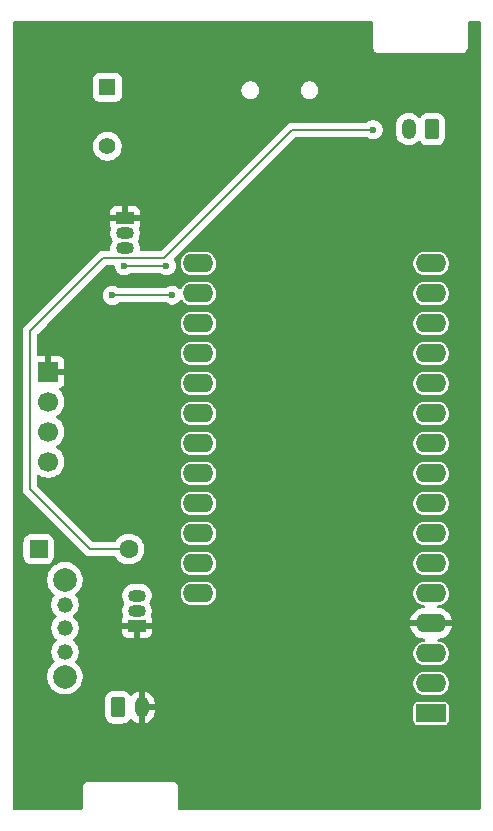
<source format=gbl>
G04 #@! TF.GenerationSoftware,KiCad,Pcbnew,9.0.2*
G04 #@! TF.CreationDate,2025-06-13T16:41:37+02:00*
G04 #@! TF.ProjectId,SenseMatePCB,53656e73-654d-4617-9465-5043422e6b69,rev?*
G04 #@! TF.SameCoordinates,Original*
G04 #@! TF.FileFunction,Copper,L2,Bot*
G04 #@! TF.FilePolarity,Positive*
%FSLAX46Y46*%
G04 Gerber Fmt 4.6, Leading zero omitted, Abs format (unit mm)*
G04 Created by KiCad (PCBNEW 9.0.2) date 2025-06-13 16:41:37*
%MOMM*%
%LPD*%
G01*
G04 APERTURE LIST*
G04 Aperture macros list*
%AMRoundRect*
0 Rectangle with rounded corners*
0 $1 Rounding radius*
0 $2 $3 $4 $5 $6 $7 $8 $9 X,Y pos of 4 corners*
0 Add a 4 corners polygon primitive as box body*
4,1,4,$2,$3,$4,$5,$6,$7,$8,$9,$2,$3,0*
0 Add four circle primitives for the rounded corners*
1,1,$1+$1,$2,$3*
1,1,$1+$1,$4,$5*
1,1,$1+$1,$6,$7*
1,1,$1+$1,$8,$9*
0 Add four rect primitives between the rounded corners*
20,1,$1+$1,$2,$3,$4,$5,0*
20,1,$1+$1,$4,$5,$6,$7,0*
20,1,$1+$1,$6,$7,$8,$9,0*
20,1,$1+$1,$8,$9,$2,$3,0*%
G04 Aperture macros list end*
G04 #@! TA.AperFunction,ComponentPad*
%ADD10RoundRect,0.250000X-0.550000X-0.550000X0.550000X-0.550000X0.550000X0.550000X-0.550000X0.550000X0*%
G04 #@! TD*
G04 #@! TA.AperFunction,ComponentPad*
%ADD11C,1.600000*%
G04 #@! TD*
G04 #@! TA.AperFunction,ComponentPad*
%ADD12C,1.320800*%
G04 #@! TD*
G04 #@! TA.AperFunction,ComponentPad*
%ADD13C,2.006600*%
G04 #@! TD*
G04 #@! TA.AperFunction,ComponentPad*
%ADD14RoundRect,0.250000X1.050000X0.550000X-1.050000X0.550000X-1.050000X-0.550000X1.050000X-0.550000X0*%
G04 #@! TD*
G04 #@! TA.AperFunction,ComponentPad*
%ADD15O,2.600000X1.600000*%
G04 #@! TD*
G04 #@! TA.AperFunction,ComponentPad*
%ADD16RoundRect,0.250000X-0.350000X-0.625000X0.350000X-0.625000X0.350000X0.625000X-0.350000X0.625000X0*%
G04 #@! TD*
G04 #@! TA.AperFunction,ComponentPad*
%ADD17O,1.200000X1.750000*%
G04 #@! TD*
G04 #@! TA.AperFunction,ComponentPad*
%ADD18R,1.500000X1.050000*%
G04 #@! TD*
G04 #@! TA.AperFunction,ComponentPad*
%ADD19O,1.500000X1.050000*%
G04 #@! TD*
G04 #@! TA.AperFunction,ComponentPad*
%ADD20R,1.422400X1.422400*%
G04 #@! TD*
G04 #@! TA.AperFunction,ComponentPad*
%ADD21C,1.422400*%
G04 #@! TD*
G04 #@! TA.AperFunction,ComponentPad*
%ADD22RoundRect,0.250000X0.350000X0.625000X-0.350000X0.625000X-0.350000X-0.625000X0.350000X-0.625000X0*%
G04 #@! TD*
G04 #@! TA.AperFunction,ComponentPad*
%ADD23R,1.700000X1.700000*%
G04 #@! TD*
G04 #@! TA.AperFunction,ComponentPad*
%ADD24C,1.700000*%
G04 #@! TD*
G04 #@! TA.AperFunction,ViaPad*
%ADD25C,0.600000*%
G04 #@! TD*
G04 #@! TA.AperFunction,Conductor*
%ADD26C,0.200000*%
G04 #@! TD*
G04 APERTURE END LIST*
D10*
X82190000Y-91500000D03*
D11*
X89810000Y-91500000D03*
D12*
X84400000Y-96199999D03*
X84400000Y-98199999D03*
X84400000Y-100200000D03*
D13*
X84400000Y-94100000D03*
X84400000Y-102299998D03*
D14*
X115413900Y-105417001D03*
D15*
X115413900Y-102877001D03*
X115413900Y-100337001D03*
X115413900Y-97797001D03*
X115413900Y-95257001D03*
X115413900Y-92717001D03*
X115413900Y-90177001D03*
X115413900Y-87637001D03*
X115413900Y-85097001D03*
X115413900Y-82557001D03*
X115413900Y-80017001D03*
X115413900Y-77477001D03*
X115413900Y-74937001D03*
X115413900Y-72397001D03*
X115413900Y-69857001D03*
X115413900Y-67317001D03*
X95693900Y-67317001D03*
X95693900Y-69857001D03*
X95693900Y-72397001D03*
X95693900Y-74937001D03*
X95693900Y-77477001D03*
X95693900Y-80017001D03*
X95693900Y-82557001D03*
X95693900Y-85097001D03*
X95693900Y-87637001D03*
X95693900Y-90177001D03*
X95693900Y-92717001D03*
X95693900Y-95257001D03*
D16*
X88900000Y-104900000D03*
D17*
X90900000Y-104900000D03*
D18*
X90500000Y-98000000D03*
D19*
X90500000Y-96730000D03*
X90500000Y-95460000D03*
D18*
X89500000Y-63500000D03*
D19*
X89500000Y-64770000D03*
X89500000Y-66040000D03*
D20*
X88000000Y-52400000D03*
D21*
X88000000Y-57400000D03*
D22*
X115500000Y-55950000D03*
D17*
X113500000Y-55950000D03*
D23*
X83000000Y-76500000D03*
D24*
X83000000Y-79040000D03*
X83000000Y-81580000D03*
X83000000Y-84120000D03*
D25*
X90890000Y-102480000D03*
X92986186Y-96816186D03*
X88400000Y-70030000D03*
X89420000Y-67510000D03*
X94340000Y-49050000D03*
X110500000Y-56000000D03*
X93500000Y-70000000D03*
X93000000Y-67500000D03*
D26*
X90890000Y-100720000D02*
X93000000Y-98610000D01*
X90890000Y-102480000D02*
X90890000Y-100720000D01*
X93000000Y-98610000D02*
X93000000Y-96910000D01*
X93000000Y-96830000D02*
X92986186Y-96816186D01*
X93000000Y-96910000D02*
X93000000Y-96830000D01*
X93000000Y-96910000D02*
X93000000Y-91770000D01*
X93000000Y-91770000D02*
X86510000Y-85280000D01*
X86510000Y-85280000D02*
X86510000Y-77660000D01*
X86510000Y-77660000D02*
X85330000Y-76480000D01*
X85330000Y-76480000D02*
X85310000Y-76500000D01*
X85310000Y-76500000D02*
X83000000Y-76500000D01*
X93500000Y-70000000D02*
X88430000Y-70000000D01*
X88430000Y-70000000D02*
X88400000Y-70030000D01*
X93000000Y-67500000D02*
X89430000Y-67500000D01*
X89430000Y-67500000D02*
X89420000Y-67510000D01*
X87634000Y-66866000D02*
X81448000Y-73052000D01*
X92784057Y-66866000D02*
X87634000Y-66866000D01*
X86500000Y-91500000D02*
X89810000Y-91500000D01*
X103650057Y-56000000D02*
X92784057Y-66866000D01*
X81448000Y-86448000D02*
X86500000Y-91500000D01*
X110500000Y-56000000D02*
X103650057Y-56000000D01*
X81448000Y-73052000D02*
X81448000Y-86448000D01*
X92899000Y-67601000D02*
X93000000Y-67500000D01*
X83420000Y-84580000D02*
X83500000Y-84500000D01*
G04 #@! TA.AperFunction,Conductor*
G36*
X110442539Y-46820185D02*
G01*
X110488294Y-46872989D01*
X110499500Y-46924500D01*
X110499500Y-49065891D01*
X110533608Y-49193187D01*
X110566554Y-49250250D01*
X110599500Y-49307314D01*
X110692686Y-49400500D01*
X110806814Y-49466392D01*
X110934108Y-49500500D01*
X110934110Y-49500500D01*
X118065890Y-49500500D01*
X118065892Y-49500500D01*
X118193186Y-49466392D01*
X118307314Y-49400500D01*
X118400500Y-49307314D01*
X118466392Y-49193186D01*
X118500500Y-49065892D01*
X118500500Y-46924500D01*
X118520185Y-46857461D01*
X118572989Y-46811706D01*
X118624500Y-46800500D01*
X119475500Y-46800500D01*
X119542539Y-46820185D01*
X119588294Y-46872989D01*
X119599500Y-46924500D01*
X119599500Y-113475500D01*
X119579815Y-113542539D01*
X119527011Y-113588294D01*
X119475500Y-113599500D01*
X94124500Y-113599500D01*
X94057461Y-113579815D01*
X94011706Y-113527011D01*
X94000500Y-113475500D01*
X94000500Y-111634110D01*
X94000500Y-111634108D01*
X93966392Y-111506814D01*
X93900500Y-111392686D01*
X93807314Y-111299500D01*
X93750250Y-111266554D01*
X93693187Y-111233608D01*
X93629539Y-111216554D01*
X93565892Y-111199500D01*
X86465892Y-111199500D01*
X86334108Y-111199500D01*
X86206812Y-111233608D01*
X86092686Y-111299500D01*
X86092683Y-111299502D01*
X85999502Y-111392683D01*
X85999500Y-111392686D01*
X85933608Y-111506812D01*
X85899500Y-111634108D01*
X85899500Y-113475500D01*
X85879815Y-113542539D01*
X85827011Y-113588294D01*
X85775500Y-113599500D01*
X80124500Y-113599500D01*
X80057461Y-113579815D01*
X80011706Y-113527011D01*
X80000500Y-113475500D01*
X80000500Y-104224983D01*
X87799500Y-104224983D01*
X87799500Y-105575001D01*
X87799501Y-105575018D01*
X87810000Y-105677796D01*
X87810001Y-105677799D01*
X87865185Y-105844331D01*
X87865186Y-105844334D01*
X87957288Y-105993656D01*
X88081344Y-106117712D01*
X88230666Y-106209814D01*
X88397203Y-106264999D01*
X88499991Y-106275500D01*
X89300008Y-106275499D01*
X89300016Y-106275498D01*
X89300019Y-106275498D01*
X89356302Y-106269748D01*
X89402797Y-106264999D01*
X89569334Y-106209814D01*
X89718656Y-106117712D01*
X89842712Y-105993656D01*
X89882581Y-105929016D01*
X89934525Y-105882294D01*
X90003488Y-105871071D01*
X90067570Y-105898914D01*
X90075799Y-105906434D01*
X90183397Y-106014032D01*
X90323475Y-106115804D01*
X90477744Y-106194408D01*
X90642415Y-106247914D01*
X90642414Y-106247914D01*
X90649999Y-106249115D01*
X90650000Y-106249114D01*
X90650000Y-105180330D01*
X90669745Y-105200075D01*
X90755255Y-105249444D01*
X90850630Y-105275000D01*
X90949370Y-105275000D01*
X91044745Y-105249444D01*
X91130255Y-105200075D01*
X91150000Y-105180330D01*
X91150000Y-106249115D01*
X91157584Y-106247914D01*
X91322255Y-106194408D01*
X91476524Y-106115804D01*
X91616602Y-106014032D01*
X91739032Y-105891602D01*
X91840804Y-105751524D01*
X91919408Y-105597257D01*
X91972914Y-105432584D01*
X92000000Y-105261571D01*
X92000000Y-105150000D01*
X91180330Y-105150000D01*
X91200075Y-105130255D01*
X91249444Y-105044745D01*
X91275000Y-104949370D01*
X91275000Y-104850630D01*
X91264845Y-104812731D01*
X113913400Y-104812731D01*
X113913400Y-106021270D01*
X113916253Y-106051700D01*
X113916253Y-106051702D01*
X113961106Y-106179881D01*
X113961107Y-106179883D01*
X114041750Y-106289151D01*
X114151018Y-106369794D01*
X114193745Y-106384745D01*
X114279199Y-106414647D01*
X114309630Y-106417501D01*
X114309634Y-106417501D01*
X116518170Y-106417501D01*
X116548599Y-106414647D01*
X116548601Y-106414647D01*
X116612690Y-106392220D01*
X116676782Y-106369794D01*
X116786050Y-106289151D01*
X116866693Y-106179883D01*
X116889119Y-106115791D01*
X116911546Y-106051702D01*
X116911546Y-106051700D01*
X116914400Y-106021270D01*
X116914400Y-104812731D01*
X116911546Y-104782301D01*
X116911546Y-104782299D01*
X116866693Y-104654120D01*
X116866692Y-104654118D01*
X116826696Y-104599925D01*
X116786050Y-104544851D01*
X116676782Y-104464208D01*
X116676780Y-104464207D01*
X116548600Y-104419354D01*
X116518170Y-104416501D01*
X116518166Y-104416501D01*
X114309634Y-104416501D01*
X114309630Y-104416501D01*
X114279200Y-104419354D01*
X114279198Y-104419354D01*
X114151019Y-104464207D01*
X114151017Y-104464208D01*
X114041750Y-104544851D01*
X113961107Y-104654118D01*
X113961106Y-104654120D01*
X113916253Y-104782299D01*
X113916253Y-104782301D01*
X113913400Y-104812731D01*
X91264845Y-104812731D01*
X91249444Y-104755255D01*
X91200075Y-104669745D01*
X91180330Y-104650000D01*
X92000000Y-104650000D01*
X92000000Y-104538428D01*
X91972914Y-104367415D01*
X91919408Y-104202742D01*
X91840804Y-104048475D01*
X91739032Y-103908397D01*
X91616602Y-103785967D01*
X91476524Y-103684195D01*
X91322257Y-103605591D01*
X91157589Y-103552087D01*
X91157581Y-103552085D01*
X91150000Y-103550884D01*
X91150000Y-104619670D01*
X91130255Y-104599925D01*
X91044745Y-104550556D01*
X90949370Y-104525000D01*
X90850630Y-104525000D01*
X90755255Y-104550556D01*
X90669745Y-104599925D01*
X90650000Y-104619670D01*
X90650000Y-103550884D01*
X90649999Y-103550884D01*
X90642418Y-103552085D01*
X90642410Y-103552087D01*
X90477742Y-103605591D01*
X90323475Y-103684195D01*
X90183401Y-103785964D01*
X90075799Y-103893566D01*
X90014476Y-103927050D01*
X89944784Y-103922066D01*
X89888851Y-103880194D01*
X89882585Y-103870988D01*
X89842712Y-103806344D01*
X89718656Y-103682288D01*
X89569334Y-103590186D01*
X89402797Y-103535001D01*
X89402795Y-103535000D01*
X89300010Y-103524500D01*
X88499998Y-103524500D01*
X88499980Y-103524501D01*
X88397203Y-103535000D01*
X88397200Y-103535001D01*
X88230668Y-103590185D01*
X88230663Y-103590187D01*
X88081342Y-103682289D01*
X87957289Y-103806342D01*
X87865187Y-103955663D01*
X87865186Y-103955666D01*
X87810001Y-104122203D01*
X87810001Y-104122204D01*
X87810000Y-104122204D01*
X87799500Y-104224983D01*
X80000500Y-104224983D01*
X80000500Y-93981648D01*
X82896200Y-93981648D01*
X82896200Y-94218351D01*
X82933229Y-94452142D01*
X82933229Y-94452145D01*
X83006372Y-94677256D01*
X83113835Y-94888163D01*
X83252966Y-95079660D01*
X83252968Y-95079662D01*
X83420343Y-95247037D01*
X83475189Y-95286884D01*
X83517856Y-95342214D01*
X83523835Y-95411827D01*
X83502624Y-95460088D01*
X83407108Y-95591555D01*
X83324153Y-95754365D01*
X83267684Y-95928157D01*
X83239100Y-96108628D01*
X83239100Y-96291369D01*
X83261197Y-96430880D01*
X83267685Y-96471844D01*
X83324152Y-96645630D01*
X83407109Y-96808443D01*
X83514515Y-96956275D01*
X83643724Y-97085484D01*
X83643730Y-97085488D01*
X83663265Y-97099682D01*
X83705931Y-97155012D01*
X83711909Y-97224625D01*
X83679303Y-97286420D01*
X83663265Y-97300316D01*
X83643730Y-97314509D01*
X83643721Y-97314516D01*
X83514517Y-97443720D01*
X83407109Y-97591554D01*
X83324153Y-97754365D01*
X83267684Y-97928157D01*
X83239100Y-98108628D01*
X83239100Y-98291369D01*
X83267684Y-98471840D01*
X83267685Y-98471844D01*
X83324152Y-98645630D01*
X83407109Y-98808443D01*
X83514515Y-98956275D01*
X83643724Y-99085484D01*
X83663265Y-99099681D01*
X83705931Y-99155010D01*
X83711911Y-99224623D01*
X83679305Y-99286418D01*
X83663267Y-99300316D01*
X83643724Y-99314514D01*
X83514517Y-99443721D01*
X83407109Y-99591555D01*
X83324153Y-99754366D01*
X83267684Y-99928158D01*
X83239100Y-100108629D01*
X83239100Y-100291370D01*
X83267684Y-100471841D01*
X83267685Y-100471845D01*
X83318696Y-100628840D01*
X83324153Y-100645633D01*
X83407111Y-100808447D01*
X83502623Y-100939909D01*
X83526103Y-101005715D01*
X83510277Y-101073769D01*
X83475192Y-101113111D01*
X83420340Y-101152963D01*
X83252968Y-101320335D01*
X83252968Y-101320336D01*
X83252966Y-101320338D01*
X83193214Y-101402578D01*
X83113835Y-101511834D01*
X83006372Y-101722741D01*
X82933229Y-101947852D01*
X82933229Y-101947855D01*
X82896200Y-102181646D01*
X82896200Y-102418349D01*
X82933229Y-102652140D01*
X82933229Y-102652143D01*
X83006372Y-102877254D01*
X83113835Y-103088161D01*
X83252966Y-103279658D01*
X83420340Y-103447032D01*
X83611837Y-103586163D01*
X83800493Y-103682288D01*
X83822743Y-103693625D01*
X84047855Y-103766768D01*
X84047856Y-103766768D01*
X84047859Y-103766769D01*
X84281648Y-103803798D01*
X84281649Y-103803798D01*
X84518351Y-103803798D01*
X84518352Y-103803798D01*
X84752141Y-103766769D01*
X84752144Y-103766768D01*
X84752145Y-103766768D01*
X84977256Y-103693625D01*
X84977256Y-103693624D01*
X84977259Y-103693624D01*
X85188163Y-103586163D01*
X85379660Y-103447032D01*
X85547034Y-103279658D01*
X85686165Y-103088161D01*
X85743546Y-102975544D01*
X113913399Y-102975544D01*
X113951847Y-103168830D01*
X113951850Y-103168840D01*
X114027264Y-103350908D01*
X114027271Y-103350921D01*
X114136760Y-103514782D01*
X114136763Y-103514786D01*
X114276114Y-103654137D01*
X114276118Y-103654140D01*
X114439979Y-103763629D01*
X114439992Y-103763636D01*
X114543095Y-103806342D01*
X114622065Y-103839052D01*
X114622069Y-103839052D01*
X114622070Y-103839053D01*
X114815356Y-103877501D01*
X114815359Y-103877501D01*
X116012443Y-103877501D01*
X116142482Y-103851633D01*
X116205735Y-103839052D01*
X116380243Y-103766769D01*
X116387807Y-103763636D01*
X116387807Y-103763635D01*
X116387814Y-103763633D01*
X116551682Y-103654140D01*
X116691039Y-103514783D01*
X116800532Y-103350915D01*
X116875951Y-103168836D01*
X116914400Y-102975542D01*
X116914400Y-102778460D01*
X116914400Y-102778457D01*
X116875952Y-102585171D01*
X116875951Y-102585170D01*
X116875951Y-102585166D01*
X116875949Y-102585161D01*
X116800535Y-102403093D01*
X116800528Y-102403080D01*
X116691039Y-102239219D01*
X116691036Y-102239215D01*
X116551685Y-102099864D01*
X116551681Y-102099861D01*
X116387820Y-101990372D01*
X116387807Y-101990365D01*
X116205739Y-101914951D01*
X116205729Y-101914948D01*
X116012443Y-101876501D01*
X116012441Y-101876501D01*
X114815359Y-101876501D01*
X114815357Y-101876501D01*
X114622070Y-101914948D01*
X114622060Y-101914951D01*
X114439992Y-101990365D01*
X114439979Y-101990372D01*
X114276118Y-102099861D01*
X114276114Y-102099864D01*
X114136763Y-102239215D01*
X114136760Y-102239219D01*
X114027271Y-102403080D01*
X114027264Y-102403093D01*
X113951850Y-102585161D01*
X113951847Y-102585171D01*
X113913400Y-102778457D01*
X113913400Y-102778460D01*
X113913400Y-102975542D01*
X113913400Y-102975544D01*
X113913399Y-102975544D01*
X85743546Y-102975544D01*
X85793626Y-102877257D01*
X85866771Y-102652139D01*
X85903800Y-102418350D01*
X85903800Y-102181646D01*
X85866771Y-101947857D01*
X85866770Y-101947853D01*
X85866770Y-101947852D01*
X85793627Y-101722741D01*
X85686164Y-101511834D01*
X85547034Y-101320338D01*
X85379660Y-101152964D01*
X85324807Y-101113111D01*
X85282143Y-101057782D01*
X85276164Y-100988168D01*
X85297376Y-100939909D01*
X85392891Y-100808444D01*
X85475848Y-100645631D01*
X85532315Y-100471845D01*
X85545019Y-100391631D01*
X85560900Y-100291370D01*
X85560900Y-100108629D01*
X85532315Y-99928158D01*
X85532315Y-99928155D01*
X85475848Y-99754369D01*
X85392891Y-99591556D01*
X85285485Y-99443724D01*
X85156276Y-99314515D01*
X85136733Y-99300316D01*
X85094068Y-99244988D01*
X85088089Y-99175374D01*
X85120694Y-99113579D01*
X85136730Y-99099684D01*
X85156276Y-99085484D01*
X85285485Y-98956275D01*
X85392891Y-98808443D01*
X85475848Y-98645630D01*
X85532315Y-98471844D01*
X85545019Y-98391630D01*
X85560900Y-98291369D01*
X85560900Y-98203260D01*
X85560900Y-98108634D01*
X85532315Y-97928154D01*
X85475848Y-97754368D01*
X85392891Y-97591555D01*
X85285485Y-97443723D01*
X85156276Y-97314514D01*
X85136734Y-97300316D01*
X85094069Y-97244988D01*
X85088089Y-97175375D01*
X85120695Y-97113580D01*
X85136734Y-97099682D01*
X85156276Y-97085484D01*
X85285485Y-96956275D01*
X85392891Y-96808443D01*
X85475848Y-96645630D01*
X85532315Y-96471844D01*
X85545019Y-96391630D01*
X85560900Y-96291369D01*
X85560900Y-96108628D01*
X85535103Y-95945756D01*
X85532315Y-95928154D01*
X85475848Y-95754368D01*
X85392891Y-95591555D01*
X85297374Y-95460087D01*
X85294332Y-95451561D01*
X85288022Y-95445068D01*
X85282774Y-95419169D01*
X85273895Y-95394282D01*
X85275945Y-95385462D01*
X85274148Y-95376589D01*
X85280999Y-95358992D01*
X89249500Y-95358992D01*
X89249500Y-95561007D01*
X89288907Y-95759119D01*
X89288909Y-95759127D01*
X89366213Y-95945755D01*
X89419904Y-96026109D01*
X89440782Y-96092787D01*
X89422297Y-96160167D01*
X89419904Y-96163891D01*
X89366213Y-96244244D01*
X89288909Y-96430872D01*
X89288907Y-96430880D01*
X89249500Y-96628992D01*
X89249500Y-96831007D01*
X89288907Y-97029119D01*
X89288910Y-97029131D01*
X89322547Y-97110338D01*
X89330016Y-97179807D01*
X89310405Y-97224864D01*
X89310895Y-97225132D01*
X89307910Y-97230596D01*
X89307260Y-97232092D01*
X89306646Y-97232911D01*
X89306645Y-97232913D01*
X89256403Y-97367620D01*
X89256401Y-97367627D01*
X89250000Y-97427155D01*
X89250000Y-97750000D01*
X90134134Y-97750000D01*
X90158326Y-97752383D01*
X90161123Y-97752939D01*
X90173995Y-97755499D01*
X90173996Y-97755500D01*
X90173997Y-97755500D01*
X90214170Y-97755500D01*
X90199925Y-97769745D01*
X90150556Y-97855255D01*
X90125000Y-97950630D01*
X90125000Y-98049370D01*
X90150556Y-98144745D01*
X90199925Y-98230255D01*
X90219670Y-98250000D01*
X89250000Y-98250000D01*
X89250000Y-98572844D01*
X89256401Y-98632372D01*
X89256403Y-98632379D01*
X89306645Y-98767086D01*
X89306649Y-98767093D01*
X89392809Y-98882187D01*
X89392812Y-98882190D01*
X89507906Y-98968350D01*
X89507913Y-98968354D01*
X89642620Y-99018596D01*
X89642627Y-99018598D01*
X89702155Y-99024999D01*
X89702172Y-99025000D01*
X90250000Y-99025000D01*
X90250000Y-98280330D01*
X90269745Y-98300075D01*
X90355255Y-98349444D01*
X90450630Y-98375000D01*
X90549370Y-98375000D01*
X90644745Y-98349444D01*
X90730255Y-98300075D01*
X90750000Y-98280330D01*
X90750000Y-99025000D01*
X91297828Y-99025000D01*
X91297844Y-99024999D01*
X91357372Y-99018598D01*
X91357379Y-99018596D01*
X91492086Y-98968354D01*
X91492093Y-98968350D01*
X91607187Y-98882190D01*
X91607190Y-98882187D01*
X91693350Y-98767093D01*
X91693354Y-98767086D01*
X91743596Y-98632379D01*
X91743598Y-98632372D01*
X91749999Y-98572844D01*
X91750000Y-98572827D01*
X91750000Y-98250000D01*
X90780330Y-98250000D01*
X90800075Y-98230255D01*
X90849444Y-98144745D01*
X90875000Y-98049370D01*
X90875000Y-97950630D01*
X90849444Y-97855255D01*
X90800075Y-97769745D01*
X90785830Y-97755500D01*
X90826004Y-97755500D01*
X90826004Y-97755499D01*
X90839473Y-97752820D01*
X90841674Y-97752383D01*
X90865866Y-97750000D01*
X91750000Y-97750000D01*
X91750000Y-97547001D01*
X113637291Y-97547001D01*
X115280888Y-97547001D01*
X115247975Y-97604008D01*
X115213900Y-97731175D01*
X115213900Y-97862827D01*
X115247975Y-97989994D01*
X115280888Y-98047001D01*
X113637291Y-98047001D01*
X113645909Y-98101414D01*
X113709144Y-98296030D01*
X113802040Y-98478350D01*
X113922317Y-98643895D01*
X113922317Y-98643896D01*
X114067004Y-98788583D01*
X114232550Y-98908860D01*
X114414868Y-99001756D01*
X114609482Y-99064991D01*
X114798168Y-99094876D01*
X114861303Y-99124805D01*
X114898234Y-99184117D01*
X114897236Y-99253979D01*
X114858626Y-99312212D01*
X114802962Y-99338966D01*
X114622070Y-99374948D01*
X114622060Y-99374951D01*
X114439992Y-99450365D01*
X114439979Y-99450372D01*
X114276118Y-99559861D01*
X114276114Y-99559864D01*
X114136763Y-99699215D01*
X114136760Y-99699219D01*
X114027271Y-99863080D01*
X114027264Y-99863093D01*
X113951850Y-100045161D01*
X113951847Y-100045171D01*
X113913400Y-100238457D01*
X113913400Y-100238460D01*
X113913400Y-100435542D01*
X113913400Y-100435544D01*
X113913399Y-100435544D01*
X113951847Y-100628830D01*
X113951850Y-100628840D01*
X114027264Y-100810908D01*
X114027271Y-100810921D01*
X114136760Y-100974782D01*
X114136763Y-100974786D01*
X114276114Y-101114137D01*
X114276118Y-101114140D01*
X114439979Y-101223629D01*
X114439992Y-101223636D01*
X114622060Y-101299050D01*
X114622065Y-101299052D01*
X114622069Y-101299052D01*
X114622070Y-101299053D01*
X114815356Y-101337501D01*
X114815359Y-101337501D01*
X116012443Y-101337501D01*
X116142482Y-101311633D01*
X116205735Y-101299052D01*
X116387814Y-101223633D01*
X116551682Y-101114140D01*
X116691039Y-100974783D01*
X116800532Y-100810915D01*
X116875951Y-100628836D01*
X116914400Y-100435542D01*
X116914400Y-100238460D01*
X116914400Y-100238457D01*
X116875952Y-100045171D01*
X116875951Y-100045170D01*
X116875951Y-100045166D01*
X116827484Y-99928155D01*
X116800535Y-99863093D01*
X116800528Y-99863080D01*
X116691039Y-99699219D01*
X116691036Y-99699215D01*
X116551685Y-99559864D01*
X116551681Y-99559861D01*
X116387820Y-99450372D01*
X116387807Y-99450365D01*
X116205739Y-99374951D01*
X116205729Y-99374948D01*
X116024837Y-99338966D01*
X115962926Y-99306581D01*
X115928352Y-99245865D01*
X115932092Y-99176096D01*
X115972959Y-99119424D01*
X116029631Y-99094876D01*
X116218317Y-99064991D01*
X116412931Y-99001756D01*
X116595249Y-98908860D01*
X116760794Y-98788583D01*
X116760795Y-98788583D01*
X116905482Y-98643896D01*
X116905482Y-98643895D01*
X117025759Y-98478350D01*
X117118655Y-98296030D01*
X117181890Y-98101414D01*
X117190509Y-98047001D01*
X116146912Y-98047001D01*
X116179825Y-97989994D01*
X116213900Y-97862827D01*
X116213900Y-97731175D01*
X116179825Y-97604008D01*
X116146912Y-97547001D01*
X117190509Y-97547001D01*
X117181890Y-97492587D01*
X117118655Y-97297971D01*
X117025759Y-97115651D01*
X116905482Y-96950106D01*
X116905482Y-96950105D01*
X116760795Y-96805418D01*
X116595249Y-96685141D01*
X116412931Y-96592245D01*
X116218317Y-96529010D01*
X116029631Y-96499125D01*
X115966496Y-96469195D01*
X115929565Y-96409884D01*
X115930563Y-96340021D01*
X115969173Y-96281789D01*
X116024838Y-96255035D01*
X116205735Y-96219052D01*
X116387814Y-96143633D01*
X116551682Y-96034140D01*
X116691039Y-95894783D01*
X116800532Y-95730915D01*
X116875951Y-95548836D01*
X116893604Y-95460088D01*
X116914400Y-95355544D01*
X116914400Y-95158457D01*
X116875952Y-94965171D01*
X116875951Y-94965170D01*
X116875951Y-94965166D01*
X116810140Y-94806282D01*
X116800535Y-94783093D01*
X116800528Y-94783080D01*
X116691039Y-94619219D01*
X116691036Y-94619215D01*
X116551685Y-94479864D01*
X116551681Y-94479861D01*
X116387820Y-94370372D01*
X116387807Y-94370365D01*
X116205739Y-94294951D01*
X116205729Y-94294948D01*
X116012443Y-94256501D01*
X116012441Y-94256501D01*
X114815359Y-94256501D01*
X114815357Y-94256501D01*
X114622070Y-94294948D01*
X114622060Y-94294951D01*
X114439992Y-94370365D01*
X114439979Y-94370372D01*
X114276118Y-94479861D01*
X114276114Y-94479864D01*
X114136763Y-94619215D01*
X114136760Y-94619219D01*
X114027271Y-94783080D01*
X114027264Y-94783093D01*
X113951850Y-94965161D01*
X113951847Y-94965171D01*
X113913400Y-95158457D01*
X113913400Y-95158460D01*
X113913400Y-95355542D01*
X113913400Y-95355544D01*
X113913399Y-95355544D01*
X113951847Y-95548830D01*
X113951850Y-95548840D01*
X114027264Y-95730908D01*
X114027271Y-95730921D01*
X114136760Y-95894782D01*
X114136763Y-95894786D01*
X114276114Y-96034137D01*
X114276118Y-96034140D01*
X114439979Y-96143629D01*
X114439992Y-96143636D01*
X114622060Y-96219050D01*
X114622065Y-96219052D01*
X114748712Y-96244244D01*
X114802961Y-96255035D01*
X114864872Y-96287420D01*
X114899446Y-96348135D01*
X114895707Y-96417905D01*
X114854840Y-96474577D01*
X114798169Y-96499125D01*
X114609481Y-96529011D01*
X114414868Y-96592245D01*
X114232550Y-96685141D01*
X114067005Y-96805418D01*
X114067004Y-96805418D01*
X113922317Y-96950105D01*
X113922317Y-96950106D01*
X113802040Y-97115651D01*
X113709144Y-97297971D01*
X113645909Y-97492587D01*
X113637291Y-97547001D01*
X91750000Y-97547001D01*
X91750000Y-97427172D01*
X91749999Y-97427155D01*
X91743598Y-97367627D01*
X91743596Y-97367620D01*
X91693354Y-97232913D01*
X91693353Y-97232911D01*
X91692745Y-97232099D01*
X91692390Y-97231148D01*
X91689103Y-97225128D01*
X91689968Y-97224655D01*
X91668329Y-97166634D01*
X91677452Y-97110338D01*
X91711091Y-97029127D01*
X91750500Y-96831003D01*
X91750500Y-96628997D01*
X91711091Y-96430873D01*
X91633786Y-96244244D01*
X91580094Y-96163889D01*
X91559217Y-96097214D01*
X91577701Y-96029834D01*
X91580078Y-96026134D01*
X91633786Y-95945756D01*
X91711091Y-95759127D01*
X91750500Y-95561003D01*
X91750500Y-95358997D01*
X91749813Y-95355544D01*
X94193399Y-95355544D01*
X94231847Y-95548830D01*
X94231850Y-95548840D01*
X94307264Y-95730908D01*
X94307271Y-95730921D01*
X94416760Y-95894782D01*
X94416763Y-95894786D01*
X94556114Y-96034137D01*
X94556118Y-96034140D01*
X94719979Y-96143629D01*
X94719992Y-96143636D01*
X94902060Y-96219050D01*
X94902065Y-96219052D01*
X94902069Y-96219052D01*
X94902070Y-96219053D01*
X95095356Y-96257501D01*
X95095359Y-96257501D01*
X96292443Y-96257501D01*
X96422482Y-96231633D01*
X96485735Y-96219052D01*
X96667814Y-96143633D01*
X96831682Y-96034140D01*
X96971039Y-95894783D01*
X97080532Y-95730915D01*
X97155951Y-95548836D01*
X97173604Y-95460088D01*
X97194400Y-95355544D01*
X97194400Y-95158457D01*
X97155952Y-94965171D01*
X97155951Y-94965170D01*
X97155951Y-94965166D01*
X97090140Y-94806282D01*
X97080535Y-94783093D01*
X97080528Y-94783080D01*
X96971039Y-94619219D01*
X96971036Y-94619215D01*
X96831685Y-94479864D01*
X96831681Y-94479861D01*
X96667820Y-94370372D01*
X96667807Y-94370365D01*
X96485739Y-94294951D01*
X96485729Y-94294948D01*
X96292443Y-94256501D01*
X96292441Y-94256501D01*
X95095359Y-94256501D01*
X95095357Y-94256501D01*
X94902070Y-94294948D01*
X94902060Y-94294951D01*
X94719992Y-94370365D01*
X94719979Y-94370372D01*
X94556118Y-94479861D01*
X94556114Y-94479864D01*
X94416763Y-94619215D01*
X94416760Y-94619219D01*
X94307271Y-94783080D01*
X94307264Y-94783093D01*
X94231850Y-94965161D01*
X94231847Y-94965171D01*
X94193400Y-95158457D01*
X94193400Y-95158460D01*
X94193400Y-95355542D01*
X94193400Y-95355544D01*
X94193399Y-95355544D01*
X91749813Y-95355544D01*
X91736156Y-95286884D01*
X91714212Y-95176559D01*
X91711092Y-95160877D01*
X91711091Y-95160875D01*
X91711091Y-95160873D01*
X91633786Y-94974244D01*
X91633784Y-94974241D01*
X91633782Y-94974237D01*
X91521558Y-94806281D01*
X91378718Y-94663441D01*
X91210762Y-94551217D01*
X91210752Y-94551212D01*
X91024127Y-94473909D01*
X91024119Y-94473907D01*
X90826007Y-94434500D01*
X90826003Y-94434500D01*
X90173997Y-94434500D01*
X90173992Y-94434500D01*
X89975880Y-94473907D01*
X89975872Y-94473909D01*
X89789247Y-94551212D01*
X89789237Y-94551217D01*
X89621281Y-94663441D01*
X89478441Y-94806281D01*
X89366217Y-94974237D01*
X89366212Y-94974247D01*
X89288909Y-95160872D01*
X89288907Y-95160880D01*
X89249500Y-95358992D01*
X85280999Y-95358992D01*
X85283734Y-95351968D01*
X85289720Y-95326228D01*
X85296885Y-95318194D01*
X85299499Y-95311481D01*
X85324808Y-95286885D01*
X85379660Y-95247034D01*
X85547034Y-95079660D01*
X85686165Y-94888163D01*
X85793626Y-94677259D01*
X85812486Y-94619215D01*
X85866770Y-94452145D01*
X85866770Y-94452144D01*
X85866771Y-94452141D01*
X85903800Y-94218352D01*
X85903800Y-93981648D01*
X85866771Y-93747859D01*
X85866770Y-93747855D01*
X85866770Y-93747854D01*
X85793627Y-93522743D01*
X85779053Y-93494140D01*
X85686165Y-93311837D01*
X85547034Y-93120340D01*
X85379660Y-92952966D01*
X85190515Y-92815544D01*
X94193399Y-92815544D01*
X94231847Y-93008830D01*
X94231850Y-93008840D01*
X94307264Y-93190908D01*
X94307271Y-93190921D01*
X94416760Y-93354782D01*
X94416763Y-93354786D01*
X94556114Y-93494137D01*
X94556118Y-93494140D01*
X94719979Y-93603629D01*
X94719992Y-93603636D01*
X94902060Y-93679050D01*
X94902065Y-93679052D01*
X94902069Y-93679052D01*
X94902070Y-93679053D01*
X95095356Y-93717501D01*
X95095359Y-93717501D01*
X96292443Y-93717501D01*
X96422482Y-93691633D01*
X96485735Y-93679052D01*
X96667814Y-93603633D01*
X96831682Y-93494140D01*
X96971039Y-93354783D01*
X97080532Y-93190915D01*
X97155951Y-93008836D01*
X97194400Y-92815544D01*
X113913399Y-92815544D01*
X113951847Y-93008830D01*
X113951850Y-93008840D01*
X114027264Y-93190908D01*
X114027271Y-93190921D01*
X114136760Y-93354782D01*
X114136763Y-93354786D01*
X114276114Y-93494137D01*
X114276118Y-93494140D01*
X114439979Y-93603629D01*
X114439992Y-93603636D01*
X114622060Y-93679050D01*
X114622065Y-93679052D01*
X114622069Y-93679052D01*
X114622070Y-93679053D01*
X114815356Y-93717501D01*
X114815359Y-93717501D01*
X116012443Y-93717501D01*
X116142482Y-93691633D01*
X116205735Y-93679052D01*
X116387814Y-93603633D01*
X116551682Y-93494140D01*
X116691039Y-93354783D01*
X116800532Y-93190915D01*
X116875951Y-93008836D01*
X116914400Y-92815542D01*
X116914400Y-92618460D01*
X116914400Y-92618457D01*
X116875952Y-92425171D01*
X116875951Y-92425170D01*
X116875951Y-92425166D01*
X116843662Y-92347213D01*
X116800535Y-92243093D01*
X116800528Y-92243080D01*
X116691039Y-92079219D01*
X116691036Y-92079215D01*
X116551685Y-91939864D01*
X116551681Y-91939861D01*
X116387820Y-91830372D01*
X116387807Y-91830365D01*
X116205739Y-91754951D01*
X116205729Y-91754948D01*
X116012443Y-91716501D01*
X116012441Y-91716501D01*
X114815359Y-91716501D01*
X114815357Y-91716501D01*
X114622070Y-91754948D01*
X114622060Y-91754951D01*
X114439992Y-91830365D01*
X114439979Y-91830372D01*
X114276118Y-91939861D01*
X114276114Y-91939864D01*
X114136763Y-92079215D01*
X114136760Y-92079219D01*
X114027271Y-92243080D01*
X114027264Y-92243093D01*
X113951850Y-92425161D01*
X113951847Y-92425171D01*
X113913400Y-92618457D01*
X113913400Y-92618460D01*
X113913400Y-92815542D01*
X113913400Y-92815544D01*
X113913399Y-92815544D01*
X97194400Y-92815544D01*
X97194400Y-92815542D01*
X97194400Y-92618460D01*
X97194400Y-92618457D01*
X97155952Y-92425171D01*
X97155951Y-92425170D01*
X97155951Y-92425166D01*
X97123662Y-92347213D01*
X97080535Y-92243093D01*
X97080528Y-92243080D01*
X96971039Y-92079219D01*
X96971036Y-92079215D01*
X96831685Y-91939864D01*
X96831681Y-91939861D01*
X96667820Y-91830372D01*
X96667807Y-91830365D01*
X96485739Y-91754951D01*
X96485729Y-91754948D01*
X96292443Y-91716501D01*
X96292441Y-91716501D01*
X95095359Y-91716501D01*
X95095357Y-91716501D01*
X94902070Y-91754948D01*
X94902060Y-91754951D01*
X94719992Y-91830365D01*
X94719979Y-91830372D01*
X94556118Y-91939861D01*
X94556114Y-91939864D01*
X94416763Y-92079215D01*
X94416760Y-92079219D01*
X94307271Y-92243080D01*
X94307264Y-92243093D01*
X94231850Y-92425161D01*
X94231847Y-92425171D01*
X94193400Y-92618457D01*
X94193400Y-92618460D01*
X94193400Y-92815542D01*
X94193400Y-92815544D01*
X94193399Y-92815544D01*
X85190515Y-92815544D01*
X85188163Y-92813835D01*
X85033072Y-92734812D01*
X84977256Y-92706372D01*
X84752144Y-92633229D01*
X84576799Y-92605457D01*
X84518352Y-92596200D01*
X84281648Y-92596200D01*
X84203718Y-92608543D01*
X84047857Y-92633229D01*
X84047854Y-92633229D01*
X83822743Y-92706372D01*
X83611836Y-92813835D01*
X83502580Y-92893214D01*
X83420340Y-92952966D01*
X83420338Y-92952968D01*
X83420337Y-92952968D01*
X83252968Y-93120337D01*
X83252968Y-93120338D01*
X83252966Y-93120340D01*
X83201695Y-93190908D01*
X83113835Y-93311836D01*
X83006372Y-93522743D01*
X82933229Y-93747854D01*
X82933229Y-93747857D01*
X82896200Y-93981648D01*
X80000500Y-93981648D01*
X80000500Y-90899983D01*
X80889500Y-90899983D01*
X80889500Y-92100001D01*
X80889501Y-92100018D01*
X80900000Y-92202796D01*
X80900001Y-92202799D01*
X80947856Y-92347213D01*
X80955186Y-92369334D01*
X81047288Y-92518656D01*
X81171344Y-92642712D01*
X81320666Y-92734814D01*
X81487203Y-92789999D01*
X81589991Y-92800500D01*
X82790008Y-92800499D01*
X82892797Y-92789999D01*
X83059334Y-92734814D01*
X83208656Y-92642712D01*
X83332712Y-92518656D01*
X83424814Y-92369334D01*
X83479999Y-92202797D01*
X83490500Y-92100009D01*
X83490499Y-90899992D01*
X83488721Y-90882591D01*
X83479999Y-90797203D01*
X83479998Y-90797200D01*
X83424814Y-90630666D01*
X83332712Y-90481344D01*
X83208656Y-90357288D01*
X83059334Y-90265186D01*
X82892797Y-90210001D01*
X82892795Y-90210000D01*
X82790010Y-90199500D01*
X81589998Y-90199500D01*
X81589981Y-90199501D01*
X81487203Y-90210000D01*
X81487200Y-90210001D01*
X81320668Y-90265185D01*
X81320663Y-90265187D01*
X81171342Y-90357289D01*
X81047289Y-90481342D01*
X80955187Y-90630663D01*
X80955186Y-90630666D01*
X80900001Y-90797203D01*
X80900001Y-90797204D01*
X80900000Y-90797204D01*
X80889500Y-90899983D01*
X80000500Y-90899983D01*
X80000500Y-86527054D01*
X80847498Y-86527054D01*
X80888423Y-86679785D01*
X80917358Y-86729900D01*
X80917359Y-86729904D01*
X80917360Y-86729904D01*
X80967479Y-86816714D01*
X80967481Y-86816717D01*
X81086349Y-86935585D01*
X81086355Y-86935590D01*
X86015139Y-91864374D01*
X86015149Y-91864385D01*
X86019479Y-91868715D01*
X86019480Y-91868716D01*
X86131284Y-91980520D01*
X86218095Y-92030639D01*
X86218097Y-92030641D01*
X86256151Y-92052611D01*
X86268215Y-92059577D01*
X86420943Y-92100501D01*
X86420946Y-92100501D01*
X86586653Y-92100501D01*
X86586669Y-92100500D01*
X88580398Y-92100500D01*
X88647437Y-92120185D01*
X88690883Y-92168205D01*
X88697715Y-92181614D01*
X88818028Y-92347213D01*
X88962786Y-92491971D01*
X89106248Y-92596200D01*
X89128390Y-92612287D01*
X89244607Y-92671503D01*
X89310776Y-92705218D01*
X89310778Y-92705218D01*
X89310781Y-92705220D01*
X89401856Y-92734812D01*
X89505465Y-92768477D01*
X89606557Y-92784488D01*
X89707648Y-92800500D01*
X89707649Y-92800500D01*
X89912351Y-92800500D01*
X89912352Y-92800500D01*
X90114534Y-92768477D01*
X90309219Y-92705220D01*
X90491610Y-92612287D01*
X90629577Y-92512049D01*
X90629579Y-92512048D01*
X90657212Y-92491971D01*
X90657210Y-92491971D01*
X90657219Y-92491966D01*
X90801966Y-92347219D01*
X90801968Y-92347215D01*
X90801971Y-92347213D01*
X90877617Y-92243093D01*
X90922287Y-92181610D01*
X91015220Y-91999219D01*
X91078477Y-91804534D01*
X91110500Y-91602352D01*
X91110500Y-91397648D01*
X91078477Y-91195466D01*
X91015220Y-91000781D01*
X91015218Y-91000778D01*
X91015218Y-91000776D01*
X90963865Y-90899991D01*
X90922287Y-90818390D01*
X90906892Y-90797200D01*
X90801971Y-90652786D01*
X90657213Y-90508028D01*
X90491613Y-90387715D01*
X90491612Y-90387714D01*
X90491610Y-90387713D01*
X90431898Y-90357288D01*
X90309223Y-90294781D01*
X90250018Y-90275544D01*
X94193399Y-90275544D01*
X94231847Y-90468830D01*
X94231850Y-90468840D01*
X94307264Y-90650908D01*
X94307271Y-90650921D01*
X94416760Y-90814782D01*
X94416763Y-90814786D01*
X94556114Y-90954137D01*
X94556118Y-90954140D01*
X94719979Y-91063629D01*
X94719992Y-91063636D01*
X94902060Y-91139050D01*
X94902065Y-91139052D01*
X94902069Y-91139052D01*
X94902070Y-91139053D01*
X95095356Y-91177501D01*
X95095359Y-91177501D01*
X96292443Y-91177501D01*
X96422482Y-91151633D01*
X96485735Y-91139052D01*
X96667814Y-91063633D01*
X96831682Y-90954140D01*
X96971039Y-90814783D01*
X97080532Y-90650915D01*
X97155951Y-90468836D01*
X97190573Y-90294781D01*
X97194400Y-90275544D01*
X113913399Y-90275544D01*
X113951847Y-90468830D01*
X113951850Y-90468840D01*
X114027264Y-90650908D01*
X114027271Y-90650921D01*
X114136760Y-90814782D01*
X114136763Y-90814786D01*
X114276114Y-90954137D01*
X114276118Y-90954140D01*
X114439979Y-91063629D01*
X114439992Y-91063636D01*
X114622060Y-91139050D01*
X114622065Y-91139052D01*
X114622069Y-91139052D01*
X114622070Y-91139053D01*
X114815356Y-91177501D01*
X114815359Y-91177501D01*
X116012443Y-91177501D01*
X116142482Y-91151633D01*
X116205735Y-91139052D01*
X116387814Y-91063633D01*
X116551682Y-90954140D01*
X116691039Y-90814783D01*
X116800532Y-90650915D01*
X116875951Y-90468836D01*
X116910573Y-90294781D01*
X116914400Y-90275544D01*
X116914400Y-90078457D01*
X116875952Y-89885171D01*
X116875951Y-89885170D01*
X116875951Y-89885166D01*
X116875949Y-89885161D01*
X116800535Y-89703093D01*
X116800528Y-89703080D01*
X116691039Y-89539219D01*
X116691036Y-89539215D01*
X116551685Y-89399864D01*
X116551681Y-89399861D01*
X116387820Y-89290372D01*
X116387807Y-89290365D01*
X116205739Y-89214951D01*
X116205729Y-89214948D01*
X116012443Y-89176501D01*
X116012441Y-89176501D01*
X114815359Y-89176501D01*
X114815357Y-89176501D01*
X114622070Y-89214948D01*
X114622060Y-89214951D01*
X114439992Y-89290365D01*
X114439979Y-89290372D01*
X114276118Y-89399861D01*
X114276114Y-89399864D01*
X114136763Y-89539215D01*
X114136760Y-89539219D01*
X114027271Y-89703080D01*
X114027264Y-89703093D01*
X113951850Y-89885161D01*
X113951847Y-89885171D01*
X113913400Y-90078457D01*
X113913400Y-90078460D01*
X113913400Y-90275542D01*
X113913400Y-90275544D01*
X113913399Y-90275544D01*
X97194400Y-90275544D01*
X97194400Y-90078457D01*
X97155952Y-89885171D01*
X97155951Y-89885170D01*
X97155951Y-89885166D01*
X97155949Y-89885161D01*
X97080535Y-89703093D01*
X97080528Y-89703080D01*
X96971039Y-89539219D01*
X96971036Y-89539215D01*
X96831685Y-89399864D01*
X96831681Y-89399861D01*
X96667820Y-89290372D01*
X96667807Y-89290365D01*
X96485739Y-89214951D01*
X96485729Y-89214948D01*
X96292443Y-89176501D01*
X96292441Y-89176501D01*
X95095359Y-89176501D01*
X95095357Y-89176501D01*
X94902070Y-89214948D01*
X94902060Y-89214951D01*
X94719992Y-89290365D01*
X94719979Y-89290372D01*
X94556118Y-89399861D01*
X94556114Y-89399864D01*
X94416763Y-89539215D01*
X94416760Y-89539219D01*
X94307271Y-89703080D01*
X94307264Y-89703093D01*
X94231850Y-89885161D01*
X94231847Y-89885171D01*
X94193400Y-90078457D01*
X94193400Y-90078460D01*
X94193400Y-90275542D01*
X94193400Y-90275544D01*
X94193399Y-90275544D01*
X90250018Y-90275544D01*
X90114534Y-90231522D01*
X89939995Y-90203878D01*
X89912352Y-90199500D01*
X89707648Y-90199500D01*
X89683329Y-90203351D01*
X89505465Y-90231522D01*
X89310776Y-90294781D01*
X89128386Y-90387715D01*
X88962786Y-90508028D01*
X88818028Y-90652786D01*
X88697715Y-90818385D01*
X88690883Y-90831795D01*
X88642909Y-90882591D01*
X88580398Y-90899500D01*
X86800097Y-90899500D01*
X86733058Y-90879815D01*
X86712416Y-90863181D01*
X83584779Y-87735544D01*
X94193399Y-87735544D01*
X94231847Y-87928830D01*
X94231850Y-87928840D01*
X94307264Y-88110908D01*
X94307271Y-88110921D01*
X94416760Y-88274782D01*
X94416763Y-88274786D01*
X94556114Y-88414137D01*
X94556118Y-88414140D01*
X94719979Y-88523629D01*
X94719992Y-88523636D01*
X94902060Y-88599050D01*
X94902065Y-88599052D01*
X94902069Y-88599052D01*
X94902070Y-88599053D01*
X95095356Y-88637501D01*
X95095359Y-88637501D01*
X96292443Y-88637501D01*
X96422482Y-88611633D01*
X96485735Y-88599052D01*
X96667814Y-88523633D01*
X96831682Y-88414140D01*
X96971039Y-88274783D01*
X97080532Y-88110915D01*
X97155951Y-87928836D01*
X97194400Y-87735544D01*
X113913399Y-87735544D01*
X113951847Y-87928830D01*
X113951850Y-87928840D01*
X114027264Y-88110908D01*
X114027271Y-88110921D01*
X114136760Y-88274782D01*
X114136763Y-88274786D01*
X114276114Y-88414137D01*
X114276118Y-88414140D01*
X114439979Y-88523629D01*
X114439992Y-88523636D01*
X114622060Y-88599050D01*
X114622065Y-88599052D01*
X114622069Y-88599052D01*
X114622070Y-88599053D01*
X114815356Y-88637501D01*
X114815359Y-88637501D01*
X116012443Y-88637501D01*
X116142482Y-88611633D01*
X116205735Y-88599052D01*
X116387814Y-88523633D01*
X116551682Y-88414140D01*
X116691039Y-88274783D01*
X116800532Y-88110915D01*
X116875951Y-87928836D01*
X116914400Y-87735542D01*
X116914400Y-87538460D01*
X116914400Y-87538457D01*
X116875952Y-87345171D01*
X116875951Y-87345170D01*
X116875951Y-87345166D01*
X116875949Y-87345161D01*
X116800535Y-87163093D01*
X116800528Y-87163080D01*
X116691039Y-86999219D01*
X116691036Y-86999215D01*
X116551685Y-86859864D01*
X116551681Y-86859861D01*
X116387820Y-86750372D01*
X116387807Y-86750365D01*
X116205739Y-86674951D01*
X116205729Y-86674948D01*
X116012443Y-86636501D01*
X116012441Y-86636501D01*
X114815359Y-86636501D01*
X114815357Y-86636501D01*
X114622070Y-86674948D01*
X114622060Y-86674951D01*
X114439992Y-86750365D01*
X114439979Y-86750372D01*
X114276118Y-86859861D01*
X114276114Y-86859864D01*
X114136763Y-86999215D01*
X114136760Y-86999219D01*
X114027271Y-87163080D01*
X114027264Y-87163093D01*
X113951850Y-87345161D01*
X113951847Y-87345171D01*
X113913400Y-87538457D01*
X113913400Y-87538460D01*
X113913400Y-87735542D01*
X113913400Y-87735544D01*
X113913399Y-87735544D01*
X97194400Y-87735544D01*
X97194400Y-87735542D01*
X97194400Y-87538460D01*
X97194400Y-87538457D01*
X97155952Y-87345171D01*
X97155951Y-87345170D01*
X97155951Y-87345166D01*
X97155949Y-87345161D01*
X97080535Y-87163093D01*
X97080528Y-87163080D01*
X96971039Y-86999219D01*
X96971036Y-86999215D01*
X96831685Y-86859864D01*
X96831681Y-86859861D01*
X96667820Y-86750372D01*
X96667807Y-86750365D01*
X96485739Y-86674951D01*
X96485729Y-86674948D01*
X96292443Y-86636501D01*
X96292441Y-86636501D01*
X95095359Y-86636501D01*
X95095357Y-86636501D01*
X94902070Y-86674948D01*
X94902060Y-86674951D01*
X94719992Y-86750365D01*
X94719979Y-86750372D01*
X94556118Y-86859861D01*
X94556114Y-86859864D01*
X94416763Y-86999215D01*
X94416760Y-86999219D01*
X94307271Y-87163080D01*
X94307264Y-87163093D01*
X94231850Y-87345161D01*
X94231847Y-87345171D01*
X94193400Y-87538457D01*
X94193400Y-87538460D01*
X94193400Y-87735542D01*
X94193400Y-87735544D01*
X94193399Y-87735544D01*
X83584779Y-87735544D01*
X82084819Y-86235584D01*
X82051334Y-86174261D01*
X82048500Y-86147903D01*
X82048500Y-85341368D01*
X82068185Y-85274329D01*
X82120989Y-85228574D01*
X82190147Y-85218630D01*
X82245384Y-85241049D01*
X82292184Y-85275051D01*
X82481588Y-85371557D01*
X82683757Y-85437246D01*
X82893713Y-85470500D01*
X82893714Y-85470500D01*
X83106286Y-85470500D01*
X83106287Y-85470500D01*
X83316243Y-85437246D01*
X83518412Y-85371557D01*
X83707816Y-85275051D01*
X83771787Y-85228574D01*
X83817249Y-85195544D01*
X94193399Y-85195544D01*
X94231847Y-85388830D01*
X94231850Y-85388840D01*
X94307264Y-85570908D01*
X94307271Y-85570921D01*
X94416760Y-85734782D01*
X94416763Y-85734786D01*
X94556114Y-85874137D01*
X94556118Y-85874140D01*
X94719979Y-85983629D01*
X94719992Y-85983636D01*
X94902060Y-86059050D01*
X94902065Y-86059052D01*
X94902069Y-86059052D01*
X94902070Y-86059053D01*
X95095356Y-86097501D01*
X95095359Y-86097501D01*
X96292443Y-86097501D01*
X96422482Y-86071633D01*
X96485735Y-86059052D01*
X96667814Y-85983633D01*
X96831682Y-85874140D01*
X96971039Y-85734783D01*
X97080532Y-85570915D01*
X97155951Y-85388836D01*
X97168532Y-85325583D01*
X97194400Y-85195544D01*
X113913399Y-85195544D01*
X113951847Y-85388830D01*
X113951850Y-85388840D01*
X114027264Y-85570908D01*
X114027271Y-85570921D01*
X114136760Y-85734782D01*
X114136763Y-85734786D01*
X114276114Y-85874137D01*
X114276118Y-85874140D01*
X114439979Y-85983629D01*
X114439992Y-85983636D01*
X114622060Y-86059050D01*
X114622065Y-86059052D01*
X114622069Y-86059052D01*
X114622070Y-86059053D01*
X114815356Y-86097501D01*
X114815359Y-86097501D01*
X116012443Y-86097501D01*
X116142482Y-86071633D01*
X116205735Y-86059052D01*
X116387814Y-85983633D01*
X116551682Y-85874140D01*
X116691039Y-85734783D01*
X116800532Y-85570915D01*
X116875951Y-85388836D01*
X116888532Y-85325583D01*
X116914400Y-85195544D01*
X116914400Y-84998457D01*
X116875952Y-84805171D01*
X116875951Y-84805170D01*
X116875951Y-84805166D01*
X116806880Y-84638412D01*
X116800535Y-84623093D01*
X116800528Y-84623080D01*
X116691039Y-84459219D01*
X116691036Y-84459215D01*
X116551685Y-84319864D01*
X116551681Y-84319861D01*
X116387820Y-84210372D01*
X116387807Y-84210365D01*
X116205739Y-84134951D01*
X116205729Y-84134948D01*
X116012443Y-84096501D01*
X116012441Y-84096501D01*
X114815359Y-84096501D01*
X114815357Y-84096501D01*
X114622070Y-84134948D01*
X114622060Y-84134951D01*
X114439992Y-84210365D01*
X114439979Y-84210372D01*
X114276118Y-84319861D01*
X114276114Y-84319864D01*
X114136763Y-84459215D01*
X114136760Y-84459219D01*
X114027271Y-84623080D01*
X114027264Y-84623093D01*
X113951850Y-84805161D01*
X113951847Y-84805171D01*
X113913400Y-84998457D01*
X113913400Y-84998460D01*
X113913400Y-85195542D01*
X113913400Y-85195544D01*
X113913399Y-85195544D01*
X97194400Y-85195544D01*
X97194400Y-84998457D01*
X97155952Y-84805171D01*
X97155951Y-84805170D01*
X97155951Y-84805166D01*
X97086880Y-84638412D01*
X97080535Y-84623093D01*
X97080528Y-84623080D01*
X96971039Y-84459219D01*
X96971036Y-84459215D01*
X96831685Y-84319864D01*
X96831681Y-84319861D01*
X96667820Y-84210372D01*
X96667807Y-84210365D01*
X96485739Y-84134951D01*
X96485729Y-84134948D01*
X96292443Y-84096501D01*
X96292441Y-84096501D01*
X95095359Y-84096501D01*
X95095357Y-84096501D01*
X94902070Y-84134948D01*
X94902060Y-84134951D01*
X94719992Y-84210365D01*
X94719979Y-84210372D01*
X94556118Y-84319861D01*
X94556114Y-84319864D01*
X94416763Y-84459215D01*
X94416760Y-84459219D01*
X94307271Y-84623080D01*
X94307264Y-84623093D01*
X94231850Y-84805161D01*
X94231847Y-84805171D01*
X94193400Y-84998457D01*
X94193400Y-84998460D01*
X94193400Y-85195542D01*
X94193400Y-85195544D01*
X94193399Y-85195544D01*
X83817249Y-85195544D01*
X83879786Y-85150109D01*
X83879788Y-85150106D01*
X83879792Y-85150104D01*
X84030104Y-84999792D01*
X84155051Y-84827816D01*
X84251557Y-84638412D01*
X84317246Y-84436243D01*
X84350500Y-84226287D01*
X84350500Y-84013713D01*
X84317246Y-83803757D01*
X84251557Y-83601588D01*
X84155051Y-83412184D01*
X84155049Y-83412181D01*
X84155048Y-83412179D01*
X84030109Y-83240213D01*
X83879786Y-83089890D01*
X83707820Y-82964951D01*
X83707115Y-82964591D01*
X83699054Y-82960485D01*
X83648259Y-82912512D01*
X83631463Y-82844692D01*
X83653999Y-82778556D01*
X83699054Y-82739515D01*
X83707816Y-82735051D01*
X83817249Y-82655544D01*
X94193399Y-82655544D01*
X94231847Y-82848830D01*
X94231850Y-82848840D01*
X94307264Y-83030908D01*
X94307271Y-83030921D01*
X94416760Y-83194782D01*
X94416763Y-83194786D01*
X94556114Y-83334137D01*
X94556118Y-83334140D01*
X94719979Y-83443629D01*
X94719992Y-83443636D01*
X94902060Y-83519050D01*
X94902065Y-83519052D01*
X94902069Y-83519052D01*
X94902070Y-83519053D01*
X95095356Y-83557501D01*
X95095359Y-83557501D01*
X96292443Y-83557501D01*
X96422482Y-83531633D01*
X96485735Y-83519052D01*
X96667814Y-83443633D01*
X96831682Y-83334140D01*
X96971039Y-83194783D01*
X97080532Y-83030915D01*
X97155951Y-82848836D01*
X97177697Y-82739514D01*
X97194400Y-82655544D01*
X113913399Y-82655544D01*
X113951847Y-82848830D01*
X113951850Y-82848840D01*
X114027264Y-83030908D01*
X114027271Y-83030921D01*
X114136760Y-83194782D01*
X114136763Y-83194786D01*
X114276114Y-83334137D01*
X114276118Y-83334140D01*
X114439979Y-83443629D01*
X114439992Y-83443636D01*
X114622060Y-83519050D01*
X114622065Y-83519052D01*
X114622069Y-83519052D01*
X114622070Y-83519053D01*
X114815356Y-83557501D01*
X114815359Y-83557501D01*
X116012443Y-83557501D01*
X116142482Y-83531633D01*
X116205735Y-83519052D01*
X116387814Y-83443633D01*
X116551682Y-83334140D01*
X116691039Y-83194783D01*
X116800532Y-83030915D01*
X116875951Y-82848836D01*
X116897697Y-82739514D01*
X116914400Y-82655544D01*
X116914400Y-82458457D01*
X116875952Y-82265171D01*
X116875951Y-82265170D01*
X116875951Y-82265166D01*
X116806880Y-82098412D01*
X116800535Y-82083093D01*
X116800528Y-82083080D01*
X116691039Y-81919219D01*
X116691036Y-81919215D01*
X116551685Y-81779864D01*
X116551681Y-81779861D01*
X116387820Y-81670372D01*
X116387807Y-81670365D01*
X116205739Y-81594951D01*
X116205729Y-81594948D01*
X116012443Y-81556501D01*
X116012441Y-81556501D01*
X114815359Y-81556501D01*
X114815357Y-81556501D01*
X114622070Y-81594948D01*
X114622060Y-81594951D01*
X114439992Y-81670365D01*
X114439979Y-81670372D01*
X114276118Y-81779861D01*
X114276114Y-81779864D01*
X114136763Y-81919215D01*
X114136760Y-81919219D01*
X114027271Y-82083080D01*
X114027264Y-82083093D01*
X113951850Y-82265161D01*
X113951847Y-82265171D01*
X113913400Y-82458457D01*
X113913400Y-82458460D01*
X113913400Y-82655542D01*
X113913400Y-82655544D01*
X113913399Y-82655544D01*
X97194400Y-82655544D01*
X97194400Y-82458457D01*
X97155952Y-82265171D01*
X97155951Y-82265170D01*
X97155951Y-82265166D01*
X97086880Y-82098412D01*
X97080535Y-82083093D01*
X97080528Y-82083080D01*
X96971039Y-81919219D01*
X96971036Y-81919215D01*
X96831685Y-81779864D01*
X96831681Y-81779861D01*
X96667820Y-81670372D01*
X96667807Y-81670365D01*
X96485739Y-81594951D01*
X96485729Y-81594948D01*
X96292443Y-81556501D01*
X96292441Y-81556501D01*
X95095359Y-81556501D01*
X95095357Y-81556501D01*
X94902070Y-81594948D01*
X94902060Y-81594951D01*
X94719992Y-81670365D01*
X94719979Y-81670372D01*
X94556118Y-81779861D01*
X94556114Y-81779864D01*
X94416763Y-81919215D01*
X94416760Y-81919219D01*
X94307271Y-82083080D01*
X94307264Y-82083093D01*
X94231850Y-82265161D01*
X94231847Y-82265171D01*
X94193400Y-82458457D01*
X94193400Y-82458460D01*
X94193400Y-82655542D01*
X94193400Y-82655544D01*
X94193399Y-82655544D01*
X83817249Y-82655544D01*
X83817252Y-82655542D01*
X83879786Y-82610109D01*
X83879788Y-82610106D01*
X83879792Y-82610104D01*
X84030104Y-82459792D01*
X84155051Y-82287816D01*
X84251557Y-82098412D01*
X84317246Y-81896243D01*
X84350500Y-81686287D01*
X84350500Y-81473713D01*
X84317246Y-81263757D01*
X84251557Y-81061588D01*
X84155051Y-80872184D01*
X84155049Y-80872181D01*
X84155048Y-80872179D01*
X84030109Y-80700213D01*
X83879786Y-80549890D01*
X83707820Y-80424951D01*
X83707115Y-80424591D01*
X83699054Y-80420485D01*
X83648259Y-80372512D01*
X83631463Y-80304692D01*
X83653999Y-80238556D01*
X83699054Y-80199515D01*
X83707816Y-80195051D01*
X83817249Y-80115544D01*
X94193399Y-80115544D01*
X94231847Y-80308830D01*
X94231850Y-80308840D01*
X94307264Y-80490908D01*
X94307271Y-80490921D01*
X94416760Y-80654782D01*
X94416763Y-80654786D01*
X94556114Y-80794137D01*
X94556118Y-80794140D01*
X94719979Y-80903629D01*
X94719992Y-80903636D01*
X94902060Y-80979050D01*
X94902065Y-80979052D01*
X94902069Y-80979052D01*
X94902070Y-80979053D01*
X95095356Y-81017501D01*
X95095359Y-81017501D01*
X96292443Y-81017501D01*
X96422482Y-80991633D01*
X96485735Y-80979052D01*
X96667814Y-80903633D01*
X96831682Y-80794140D01*
X96971039Y-80654783D01*
X97080532Y-80490915D01*
X97155951Y-80308836D01*
X97177697Y-80199514D01*
X97194400Y-80115544D01*
X113913399Y-80115544D01*
X113951847Y-80308830D01*
X113951850Y-80308840D01*
X114027264Y-80490908D01*
X114027271Y-80490921D01*
X114136760Y-80654782D01*
X114136763Y-80654786D01*
X114276114Y-80794137D01*
X114276118Y-80794140D01*
X114439979Y-80903629D01*
X114439992Y-80903636D01*
X114622060Y-80979050D01*
X114622065Y-80979052D01*
X114622069Y-80979052D01*
X114622070Y-80979053D01*
X114815356Y-81017501D01*
X114815359Y-81017501D01*
X116012443Y-81017501D01*
X116142482Y-80991633D01*
X116205735Y-80979052D01*
X116387814Y-80903633D01*
X116551682Y-80794140D01*
X116691039Y-80654783D01*
X116800532Y-80490915D01*
X116875951Y-80308836D01*
X116897697Y-80199514D01*
X116914400Y-80115544D01*
X116914400Y-79918457D01*
X116875952Y-79725171D01*
X116875951Y-79725170D01*
X116875951Y-79725166D01*
X116806880Y-79558412D01*
X116800535Y-79543093D01*
X116800528Y-79543080D01*
X116691039Y-79379219D01*
X116691036Y-79379215D01*
X116551685Y-79239864D01*
X116551681Y-79239861D01*
X116387820Y-79130372D01*
X116387807Y-79130365D01*
X116205739Y-79054951D01*
X116205729Y-79054948D01*
X116012443Y-79016501D01*
X116012441Y-79016501D01*
X114815359Y-79016501D01*
X114815357Y-79016501D01*
X114622070Y-79054948D01*
X114622060Y-79054951D01*
X114439992Y-79130365D01*
X114439979Y-79130372D01*
X114276118Y-79239861D01*
X114276114Y-79239864D01*
X114136763Y-79379215D01*
X114136760Y-79379219D01*
X114027271Y-79543080D01*
X114027264Y-79543093D01*
X113951850Y-79725161D01*
X113951847Y-79725171D01*
X113913400Y-79918457D01*
X113913400Y-79918460D01*
X113913400Y-80115542D01*
X113913400Y-80115544D01*
X113913399Y-80115544D01*
X97194400Y-80115544D01*
X97194400Y-79918457D01*
X97155952Y-79725171D01*
X97155951Y-79725170D01*
X97155951Y-79725166D01*
X97086880Y-79558412D01*
X97080535Y-79543093D01*
X97080528Y-79543080D01*
X96971039Y-79379219D01*
X96971036Y-79379215D01*
X96831685Y-79239864D01*
X96831681Y-79239861D01*
X96667820Y-79130372D01*
X96667807Y-79130365D01*
X96485739Y-79054951D01*
X96485729Y-79054948D01*
X96292443Y-79016501D01*
X96292441Y-79016501D01*
X95095359Y-79016501D01*
X95095357Y-79016501D01*
X94902070Y-79054948D01*
X94902060Y-79054951D01*
X94719992Y-79130365D01*
X94719979Y-79130372D01*
X94556118Y-79239861D01*
X94556114Y-79239864D01*
X94416763Y-79379215D01*
X94416760Y-79379219D01*
X94307271Y-79543080D01*
X94307264Y-79543093D01*
X94231850Y-79725161D01*
X94231847Y-79725171D01*
X94193400Y-79918457D01*
X94193400Y-79918460D01*
X94193400Y-80115542D01*
X94193400Y-80115544D01*
X94193399Y-80115544D01*
X83817249Y-80115544D01*
X83817252Y-80115542D01*
X83879786Y-80070109D01*
X83879788Y-80070106D01*
X83879792Y-80070104D01*
X84030104Y-79919792D01*
X84155051Y-79747816D01*
X84251557Y-79558412D01*
X84317246Y-79356243D01*
X84350500Y-79146287D01*
X84350500Y-78933713D01*
X84317246Y-78723757D01*
X84251557Y-78521588D01*
X84155051Y-78332184D01*
X84155049Y-78332181D01*
X84155048Y-78332179D01*
X84030109Y-78160213D01*
X83916181Y-78046285D01*
X83882696Y-77984962D01*
X83887680Y-77915270D01*
X83929552Y-77859337D01*
X83960529Y-77842422D01*
X84092086Y-77793354D01*
X84092093Y-77793350D01*
X84207187Y-77707190D01*
X84207190Y-77707187D01*
X84293350Y-77592093D01*
X84293354Y-77592086D01*
X84299524Y-77575544D01*
X94193399Y-77575544D01*
X94231847Y-77768830D01*
X94231850Y-77768840D01*
X94307264Y-77950908D01*
X94307271Y-77950921D01*
X94416760Y-78114782D01*
X94416763Y-78114786D01*
X94556114Y-78254137D01*
X94556118Y-78254140D01*
X94719979Y-78363629D01*
X94719992Y-78363636D01*
X94902060Y-78439050D01*
X94902065Y-78439052D01*
X94902069Y-78439052D01*
X94902070Y-78439053D01*
X95095356Y-78477501D01*
X95095359Y-78477501D01*
X96292443Y-78477501D01*
X96422482Y-78451633D01*
X96485735Y-78439052D01*
X96667814Y-78363633D01*
X96831682Y-78254140D01*
X96971039Y-78114783D01*
X97080532Y-77950915D01*
X97155951Y-77768836D01*
X97191108Y-77592093D01*
X97194400Y-77575544D01*
X113913399Y-77575544D01*
X113951847Y-77768830D01*
X113951850Y-77768840D01*
X114027264Y-77950908D01*
X114027271Y-77950921D01*
X114136760Y-78114782D01*
X114136763Y-78114786D01*
X114276114Y-78254137D01*
X114276118Y-78254140D01*
X114439979Y-78363629D01*
X114439992Y-78363636D01*
X114622060Y-78439050D01*
X114622065Y-78439052D01*
X114622069Y-78439052D01*
X114622070Y-78439053D01*
X114815356Y-78477501D01*
X114815359Y-78477501D01*
X116012443Y-78477501D01*
X116142482Y-78451633D01*
X116205735Y-78439052D01*
X116387814Y-78363633D01*
X116551682Y-78254140D01*
X116691039Y-78114783D01*
X116800532Y-77950915D01*
X116875951Y-77768836D01*
X116911108Y-77592093D01*
X116914400Y-77575544D01*
X116914400Y-77378457D01*
X116875952Y-77185171D01*
X116875951Y-77185170D01*
X116875951Y-77185166D01*
X116875949Y-77185161D01*
X116800535Y-77003093D01*
X116800528Y-77003080D01*
X116691039Y-76839219D01*
X116691036Y-76839215D01*
X116551685Y-76699864D01*
X116551681Y-76699861D01*
X116387820Y-76590372D01*
X116387807Y-76590365D01*
X116205739Y-76514951D01*
X116205729Y-76514948D01*
X116012443Y-76476501D01*
X116012441Y-76476501D01*
X114815359Y-76476501D01*
X114815357Y-76476501D01*
X114622070Y-76514948D01*
X114622060Y-76514951D01*
X114439992Y-76590365D01*
X114439979Y-76590372D01*
X114276118Y-76699861D01*
X114276114Y-76699864D01*
X114136763Y-76839215D01*
X114136760Y-76839219D01*
X114027271Y-77003080D01*
X114027264Y-77003093D01*
X113951850Y-77185161D01*
X113951847Y-77185171D01*
X113913400Y-77378457D01*
X113913400Y-77378460D01*
X113913400Y-77575542D01*
X113913400Y-77575544D01*
X113913399Y-77575544D01*
X97194400Y-77575544D01*
X97194400Y-77378457D01*
X97155952Y-77185171D01*
X97155951Y-77185170D01*
X97155951Y-77185166D01*
X97155949Y-77185161D01*
X97080535Y-77003093D01*
X97080528Y-77003080D01*
X96971039Y-76839219D01*
X96971036Y-76839215D01*
X96831685Y-76699864D01*
X96831681Y-76699861D01*
X96667820Y-76590372D01*
X96667807Y-76590365D01*
X96485739Y-76514951D01*
X96485729Y-76514948D01*
X96292443Y-76476501D01*
X96292441Y-76476501D01*
X95095359Y-76476501D01*
X95095357Y-76476501D01*
X94902070Y-76514948D01*
X94902060Y-76514951D01*
X94719992Y-76590365D01*
X94719979Y-76590372D01*
X94556118Y-76699861D01*
X94556114Y-76699864D01*
X94416763Y-76839215D01*
X94416760Y-76839219D01*
X94307271Y-77003080D01*
X94307264Y-77003093D01*
X94231850Y-77185161D01*
X94231847Y-77185171D01*
X94193400Y-77378457D01*
X94193400Y-77378460D01*
X94193400Y-77575542D01*
X94193400Y-77575544D01*
X94193399Y-77575544D01*
X84299524Y-77575544D01*
X84343596Y-77457379D01*
X84343598Y-77457372D01*
X84349999Y-77397844D01*
X84350000Y-77397827D01*
X84350000Y-76750000D01*
X83433012Y-76750000D01*
X83465925Y-76692993D01*
X83500000Y-76565826D01*
X83500000Y-76434174D01*
X83465925Y-76307007D01*
X83433012Y-76250000D01*
X84350000Y-76250000D01*
X84350000Y-75602172D01*
X84349999Y-75602155D01*
X84343598Y-75542627D01*
X84343596Y-75542620D01*
X84293354Y-75407913D01*
X84293350Y-75407906D01*
X84207190Y-75292812D01*
X84207187Y-75292809D01*
X84092093Y-75206649D01*
X84092086Y-75206645D01*
X83957379Y-75156403D01*
X83957372Y-75156401D01*
X83897844Y-75150000D01*
X83250000Y-75150000D01*
X83250000Y-76066988D01*
X83192993Y-76034075D01*
X83065826Y-76000000D01*
X82934174Y-76000000D01*
X82807007Y-76034075D01*
X82750000Y-76066988D01*
X82750000Y-75150000D01*
X82172500Y-75150000D01*
X82163814Y-75147449D01*
X82154853Y-75148738D01*
X82130812Y-75137759D01*
X82105461Y-75130315D01*
X82099533Y-75123474D01*
X82091297Y-75119713D01*
X82077007Y-75097478D01*
X82059706Y-75077511D01*
X82057418Y-75066996D01*
X82053523Y-75060935D01*
X82049872Y-75035544D01*
X94193399Y-75035544D01*
X94231847Y-75228830D01*
X94231850Y-75228840D01*
X94307264Y-75410908D01*
X94307271Y-75410921D01*
X94416760Y-75574782D01*
X94416763Y-75574786D01*
X94556114Y-75714137D01*
X94556118Y-75714140D01*
X94719979Y-75823629D01*
X94719992Y-75823636D01*
X94902060Y-75899050D01*
X94902065Y-75899052D01*
X94902069Y-75899052D01*
X94902070Y-75899053D01*
X95095356Y-75937501D01*
X95095359Y-75937501D01*
X96292443Y-75937501D01*
X96422482Y-75911633D01*
X96485735Y-75899052D01*
X96667814Y-75823633D01*
X96831682Y-75714140D01*
X96971039Y-75574783D01*
X97080532Y-75410915D01*
X97081776Y-75407913D01*
X97155949Y-75228840D01*
X97155951Y-75228836D01*
X97186052Y-75077511D01*
X97194400Y-75035544D01*
X113913399Y-75035544D01*
X113951847Y-75228830D01*
X113951850Y-75228840D01*
X114027264Y-75410908D01*
X114027271Y-75410921D01*
X114136760Y-75574782D01*
X114136763Y-75574786D01*
X114276114Y-75714137D01*
X114276118Y-75714140D01*
X114439979Y-75823629D01*
X114439992Y-75823636D01*
X114622060Y-75899050D01*
X114622065Y-75899052D01*
X114622069Y-75899052D01*
X114622070Y-75899053D01*
X114815356Y-75937501D01*
X114815359Y-75937501D01*
X116012443Y-75937501D01*
X116142482Y-75911633D01*
X116205735Y-75899052D01*
X116387814Y-75823633D01*
X116551682Y-75714140D01*
X116691039Y-75574783D01*
X116800532Y-75410915D01*
X116801776Y-75407913D01*
X116875949Y-75228840D01*
X116875951Y-75228836D01*
X116906052Y-75077511D01*
X116914400Y-75035544D01*
X116914400Y-74838457D01*
X116875952Y-74645171D01*
X116875951Y-74645170D01*
X116875951Y-74645166D01*
X116875949Y-74645161D01*
X116800535Y-74463093D01*
X116800528Y-74463080D01*
X116691039Y-74299219D01*
X116691036Y-74299215D01*
X116551685Y-74159864D01*
X116551681Y-74159861D01*
X116387820Y-74050372D01*
X116387807Y-74050365D01*
X116205739Y-73974951D01*
X116205729Y-73974948D01*
X116012443Y-73936501D01*
X116012441Y-73936501D01*
X114815359Y-73936501D01*
X114815357Y-73936501D01*
X114622070Y-73974948D01*
X114622060Y-73974951D01*
X114439992Y-74050365D01*
X114439979Y-74050372D01*
X114276118Y-74159861D01*
X114276114Y-74159864D01*
X114136763Y-74299215D01*
X114136760Y-74299219D01*
X114027271Y-74463080D01*
X114027264Y-74463093D01*
X113951850Y-74645161D01*
X113951847Y-74645171D01*
X113913400Y-74838457D01*
X113913400Y-74838460D01*
X113913400Y-75035542D01*
X113913400Y-75035544D01*
X113913399Y-75035544D01*
X97194400Y-75035544D01*
X97194400Y-74838457D01*
X97155952Y-74645171D01*
X97155951Y-74645170D01*
X97155951Y-74645166D01*
X97155949Y-74645161D01*
X97080535Y-74463093D01*
X97080528Y-74463080D01*
X96971039Y-74299219D01*
X96971036Y-74299215D01*
X96831685Y-74159864D01*
X96831681Y-74159861D01*
X96667820Y-74050372D01*
X96667807Y-74050365D01*
X96485739Y-73974951D01*
X96485729Y-73974948D01*
X96292443Y-73936501D01*
X96292441Y-73936501D01*
X95095359Y-73936501D01*
X95095357Y-73936501D01*
X94902070Y-73974948D01*
X94902060Y-73974951D01*
X94719992Y-74050365D01*
X94719979Y-74050372D01*
X94556118Y-74159861D01*
X94556114Y-74159864D01*
X94416763Y-74299215D01*
X94416760Y-74299219D01*
X94307271Y-74463080D01*
X94307264Y-74463093D01*
X94231850Y-74645161D01*
X94231847Y-74645171D01*
X94193400Y-74838457D01*
X94193400Y-74838460D01*
X94193400Y-75035542D01*
X94193400Y-75035544D01*
X94193399Y-75035544D01*
X82049872Y-75035544D01*
X82048500Y-75026000D01*
X82048500Y-73352097D01*
X82068185Y-73285058D01*
X82084819Y-73264416D01*
X82853691Y-72495544D01*
X94193399Y-72495544D01*
X94231847Y-72688830D01*
X94231850Y-72688840D01*
X94307264Y-72870908D01*
X94307271Y-72870921D01*
X94416760Y-73034782D01*
X94416763Y-73034786D01*
X94556114Y-73174137D01*
X94556118Y-73174140D01*
X94719979Y-73283629D01*
X94719992Y-73283636D01*
X94885274Y-73352097D01*
X94902065Y-73359052D01*
X94902069Y-73359052D01*
X94902070Y-73359053D01*
X95095356Y-73397501D01*
X95095359Y-73397501D01*
X96292443Y-73397501D01*
X96422482Y-73371633D01*
X96485735Y-73359052D01*
X96667814Y-73283633D01*
X96831682Y-73174140D01*
X96971039Y-73034783D01*
X97080532Y-72870915D01*
X97155951Y-72688836D01*
X97194400Y-72495544D01*
X113913399Y-72495544D01*
X113951847Y-72688830D01*
X113951850Y-72688840D01*
X114027264Y-72870908D01*
X114027271Y-72870921D01*
X114136760Y-73034782D01*
X114136763Y-73034786D01*
X114276114Y-73174137D01*
X114276118Y-73174140D01*
X114439979Y-73283629D01*
X114439992Y-73283636D01*
X114605274Y-73352097D01*
X114622065Y-73359052D01*
X114622069Y-73359052D01*
X114622070Y-73359053D01*
X114815356Y-73397501D01*
X114815359Y-73397501D01*
X116012443Y-73397501D01*
X116142482Y-73371633D01*
X116205735Y-73359052D01*
X116387814Y-73283633D01*
X116551682Y-73174140D01*
X116691039Y-73034783D01*
X116800532Y-72870915D01*
X116875951Y-72688836D01*
X116914400Y-72495542D01*
X116914400Y-72298460D01*
X116914400Y-72298457D01*
X116875952Y-72105171D01*
X116875951Y-72105170D01*
X116875951Y-72105166D01*
X116875949Y-72105161D01*
X116800535Y-71923093D01*
X116800528Y-71923080D01*
X116691039Y-71759219D01*
X116691036Y-71759215D01*
X116551685Y-71619864D01*
X116551681Y-71619861D01*
X116387820Y-71510372D01*
X116387807Y-71510365D01*
X116205739Y-71434951D01*
X116205729Y-71434948D01*
X116012443Y-71396501D01*
X116012441Y-71396501D01*
X114815359Y-71396501D01*
X114815357Y-71396501D01*
X114622070Y-71434948D01*
X114622060Y-71434951D01*
X114439992Y-71510365D01*
X114439979Y-71510372D01*
X114276118Y-71619861D01*
X114276114Y-71619864D01*
X114136763Y-71759215D01*
X114136760Y-71759219D01*
X114027271Y-71923080D01*
X114027264Y-71923093D01*
X113951850Y-72105161D01*
X113951847Y-72105171D01*
X113913400Y-72298457D01*
X113913400Y-72298460D01*
X113913400Y-72495542D01*
X113913400Y-72495544D01*
X113913399Y-72495544D01*
X97194400Y-72495544D01*
X97194400Y-72495542D01*
X97194400Y-72298460D01*
X97194400Y-72298457D01*
X97155952Y-72105171D01*
X97155951Y-72105170D01*
X97155951Y-72105166D01*
X97155949Y-72105161D01*
X97080535Y-71923093D01*
X97080528Y-71923080D01*
X96971039Y-71759219D01*
X96971036Y-71759215D01*
X96831685Y-71619864D01*
X96831681Y-71619861D01*
X96667820Y-71510372D01*
X96667807Y-71510365D01*
X96485739Y-71434951D01*
X96485729Y-71434948D01*
X96292443Y-71396501D01*
X96292441Y-71396501D01*
X95095359Y-71396501D01*
X95095357Y-71396501D01*
X94902070Y-71434948D01*
X94902060Y-71434951D01*
X94719992Y-71510365D01*
X94719979Y-71510372D01*
X94556118Y-71619861D01*
X94556114Y-71619864D01*
X94416763Y-71759215D01*
X94416760Y-71759219D01*
X94307271Y-71923080D01*
X94307264Y-71923093D01*
X94231850Y-72105161D01*
X94231847Y-72105171D01*
X94193400Y-72298457D01*
X94193400Y-72298460D01*
X94193400Y-72495542D01*
X94193400Y-72495544D01*
X94193399Y-72495544D01*
X82853691Y-72495544D01*
X85398082Y-69951153D01*
X87599500Y-69951153D01*
X87599500Y-70108846D01*
X87630261Y-70263489D01*
X87630264Y-70263501D01*
X87690602Y-70409172D01*
X87690609Y-70409185D01*
X87778210Y-70540288D01*
X87778213Y-70540292D01*
X87889707Y-70651786D01*
X87889711Y-70651789D01*
X88020814Y-70739390D01*
X88020827Y-70739397D01*
X88094078Y-70769738D01*
X88166503Y-70799737D01*
X88321153Y-70830499D01*
X88321156Y-70830500D01*
X88321158Y-70830500D01*
X88478844Y-70830500D01*
X88478845Y-70830499D01*
X88633497Y-70799737D01*
X88779179Y-70739394D01*
X88910289Y-70651789D01*
X88910292Y-70651786D01*
X88925260Y-70636819D01*
X88986583Y-70603334D01*
X89012941Y-70600500D01*
X92920234Y-70600500D01*
X92987273Y-70620185D01*
X92989125Y-70621398D01*
X93120814Y-70709390D01*
X93120827Y-70709397D01*
X93266498Y-70769735D01*
X93266503Y-70769737D01*
X93417312Y-70799735D01*
X93421153Y-70800499D01*
X93421156Y-70800500D01*
X93421158Y-70800500D01*
X93578844Y-70800500D01*
X93578845Y-70800499D01*
X93733497Y-70769737D01*
X93879179Y-70709394D01*
X94010289Y-70621789D01*
X94121789Y-70510289D01*
X94171353Y-70436110D01*
X94224965Y-70391306D01*
X94294289Y-70382599D01*
X94357317Y-70412753D01*
X94377557Y-70436111D01*
X94416760Y-70494782D01*
X94416763Y-70494786D01*
X94556114Y-70634137D01*
X94556118Y-70634140D01*
X94719979Y-70743629D01*
X94719992Y-70743636D01*
X94857276Y-70800500D01*
X94902065Y-70819052D01*
X94902069Y-70819052D01*
X94902070Y-70819053D01*
X95095356Y-70857501D01*
X95095359Y-70857501D01*
X96292443Y-70857501D01*
X96428188Y-70830499D01*
X96485735Y-70819052D01*
X96667814Y-70743633D01*
X96831682Y-70634140D01*
X96971039Y-70494783D01*
X97080532Y-70330915D01*
X97155951Y-70148836D01*
X97194400Y-69955544D01*
X113913399Y-69955544D01*
X113951847Y-70148830D01*
X113951850Y-70148840D01*
X114027264Y-70330908D01*
X114027271Y-70330921D01*
X114136760Y-70494782D01*
X114136763Y-70494786D01*
X114276114Y-70634137D01*
X114276118Y-70634140D01*
X114439979Y-70743629D01*
X114439992Y-70743636D01*
X114577276Y-70800500D01*
X114622065Y-70819052D01*
X114622069Y-70819052D01*
X114622070Y-70819053D01*
X114815356Y-70857501D01*
X114815359Y-70857501D01*
X116012443Y-70857501D01*
X116148188Y-70830499D01*
X116205735Y-70819052D01*
X116387814Y-70743633D01*
X116551682Y-70634140D01*
X116691039Y-70494783D01*
X116800532Y-70330915D01*
X116875951Y-70148836D01*
X116914400Y-69955542D01*
X116914400Y-69758460D01*
X116914400Y-69758457D01*
X116875952Y-69565171D01*
X116875951Y-69565170D01*
X116875951Y-69565166D01*
X116857123Y-69519711D01*
X116800535Y-69383093D01*
X116800528Y-69383080D01*
X116691039Y-69219219D01*
X116691036Y-69219215D01*
X116551685Y-69079864D01*
X116551681Y-69079861D01*
X116387820Y-68970372D01*
X116387807Y-68970365D01*
X116205739Y-68894951D01*
X116205729Y-68894948D01*
X116012443Y-68856501D01*
X116012441Y-68856501D01*
X114815359Y-68856501D01*
X114815357Y-68856501D01*
X114622070Y-68894948D01*
X114622060Y-68894951D01*
X114439992Y-68970365D01*
X114439979Y-68970372D01*
X114276118Y-69079861D01*
X114276114Y-69079864D01*
X114136763Y-69219215D01*
X114136760Y-69219219D01*
X114027271Y-69383080D01*
X114027264Y-69383093D01*
X113951850Y-69565161D01*
X113951847Y-69565171D01*
X113913400Y-69758457D01*
X113913400Y-69758460D01*
X113913400Y-69955542D01*
X113913400Y-69955544D01*
X113913399Y-69955544D01*
X97194400Y-69955544D01*
X97194400Y-69955542D01*
X97194400Y-69758460D01*
X97194400Y-69758457D01*
X97155952Y-69565171D01*
X97155951Y-69565170D01*
X97155951Y-69565166D01*
X97137123Y-69519711D01*
X97080535Y-69383093D01*
X97080528Y-69383080D01*
X96971039Y-69219219D01*
X96971036Y-69219215D01*
X96831685Y-69079864D01*
X96831681Y-69079861D01*
X96667820Y-68970372D01*
X96667807Y-68970365D01*
X96485739Y-68894951D01*
X96485729Y-68894948D01*
X96292443Y-68856501D01*
X96292441Y-68856501D01*
X95095359Y-68856501D01*
X95095357Y-68856501D01*
X94902070Y-68894948D01*
X94902060Y-68894951D01*
X94719992Y-68970365D01*
X94719979Y-68970372D01*
X94556118Y-69079861D01*
X94556114Y-69079864D01*
X94416763Y-69219215D01*
X94416760Y-69219219D01*
X94307271Y-69383080D01*
X94307266Y-69383089D01*
X94292731Y-69418182D01*
X94248890Y-69472585D01*
X94182596Y-69494650D01*
X94114897Y-69477371D01*
X94090489Y-69458410D01*
X94010292Y-69378213D01*
X94010288Y-69378210D01*
X93879185Y-69290609D01*
X93879172Y-69290602D01*
X93733501Y-69230264D01*
X93733489Y-69230261D01*
X93578845Y-69199500D01*
X93578842Y-69199500D01*
X93421158Y-69199500D01*
X93421155Y-69199500D01*
X93266510Y-69230261D01*
X93266498Y-69230264D01*
X93120827Y-69290602D01*
X93120814Y-69290609D01*
X92989125Y-69378602D01*
X92922447Y-69399480D01*
X92920234Y-69399500D01*
X88934867Y-69399500D01*
X88867828Y-69379815D01*
X88865976Y-69378602D01*
X88779184Y-69320609D01*
X88779172Y-69320602D01*
X88633501Y-69260264D01*
X88633489Y-69260261D01*
X88478845Y-69229500D01*
X88478842Y-69229500D01*
X88321158Y-69229500D01*
X88321155Y-69229500D01*
X88166510Y-69260261D01*
X88166498Y-69260264D01*
X88020827Y-69320602D01*
X88020814Y-69320609D01*
X87889711Y-69408210D01*
X87889707Y-69408213D01*
X87778213Y-69519707D01*
X87778210Y-69519711D01*
X87690609Y-69650814D01*
X87690602Y-69650827D01*
X87630264Y-69796498D01*
X87630261Y-69796510D01*
X87599500Y-69951153D01*
X85398082Y-69951153D01*
X87846416Y-67502819D01*
X87907739Y-67469334D01*
X87934097Y-67466500D01*
X88495500Y-67466500D01*
X88562539Y-67486185D01*
X88608294Y-67538989D01*
X88617843Y-67582886D01*
X88618903Y-67582782D01*
X88619500Y-67588846D01*
X88650261Y-67743489D01*
X88650264Y-67743501D01*
X88710602Y-67889172D01*
X88710609Y-67889185D01*
X88798210Y-68020288D01*
X88798213Y-68020292D01*
X88909707Y-68131786D01*
X88909711Y-68131789D01*
X89040814Y-68219390D01*
X89040827Y-68219397D01*
X89186498Y-68279735D01*
X89186503Y-68279737D01*
X89341153Y-68310499D01*
X89341156Y-68310500D01*
X89341158Y-68310500D01*
X89498844Y-68310500D01*
X89498845Y-68310499D01*
X89653497Y-68279737D01*
X89799179Y-68219394D01*
X89930289Y-68131789D01*
X89934118Y-68128647D01*
X89998428Y-68101334D01*
X90012783Y-68100500D01*
X92420234Y-68100500D01*
X92487273Y-68120185D01*
X92489125Y-68121398D01*
X92620814Y-68209390D01*
X92620827Y-68209397D01*
X92766498Y-68269735D01*
X92766503Y-68269737D01*
X92921153Y-68300499D01*
X92921156Y-68300500D01*
X92921158Y-68300500D01*
X93078844Y-68300500D01*
X93078845Y-68300499D01*
X93233497Y-68269737D01*
X93346166Y-68223067D01*
X93379172Y-68209397D01*
X93379172Y-68209396D01*
X93379179Y-68209394D01*
X93510289Y-68121789D01*
X93621789Y-68010289D01*
X93709394Y-67879179D01*
X93769737Y-67733497D01*
X93800500Y-67578842D01*
X93800500Y-67421158D01*
X93800500Y-67421155D01*
X93800499Y-67421153D01*
X93799383Y-67415544D01*
X94193399Y-67415544D01*
X94231847Y-67608830D01*
X94231850Y-67608840D01*
X94307264Y-67790908D01*
X94307271Y-67790921D01*
X94416760Y-67954782D01*
X94416763Y-67954786D01*
X94556114Y-68094137D01*
X94556118Y-68094140D01*
X94719979Y-68203629D01*
X94719992Y-68203636D01*
X94879576Y-68269737D01*
X94902065Y-68279052D01*
X94902069Y-68279052D01*
X94902070Y-68279053D01*
X95095356Y-68317501D01*
X95095359Y-68317501D01*
X96292443Y-68317501D01*
X96422482Y-68291633D01*
X96485735Y-68279052D01*
X96629773Y-68219390D01*
X96667807Y-68203636D01*
X96667807Y-68203635D01*
X96667814Y-68203633D01*
X96831682Y-68094140D01*
X96971039Y-67954783D01*
X97080532Y-67790915D01*
X97155951Y-67608836D01*
X97193283Y-67421158D01*
X97194400Y-67415544D01*
X113913399Y-67415544D01*
X113951847Y-67608830D01*
X113951850Y-67608840D01*
X114027264Y-67790908D01*
X114027271Y-67790921D01*
X114136760Y-67954782D01*
X114136763Y-67954786D01*
X114276114Y-68094137D01*
X114276118Y-68094140D01*
X114439979Y-68203629D01*
X114439992Y-68203636D01*
X114599576Y-68269737D01*
X114622065Y-68279052D01*
X114622069Y-68279052D01*
X114622070Y-68279053D01*
X114815356Y-68317501D01*
X114815359Y-68317501D01*
X116012443Y-68317501D01*
X116142482Y-68291633D01*
X116205735Y-68279052D01*
X116349773Y-68219390D01*
X116387807Y-68203636D01*
X116387807Y-68203635D01*
X116387814Y-68203633D01*
X116551682Y-68094140D01*
X116691039Y-67954783D01*
X116800532Y-67790915D01*
X116875951Y-67608836D01*
X116913283Y-67421158D01*
X116914400Y-67415544D01*
X116914400Y-67218457D01*
X116875952Y-67025171D01*
X116875951Y-67025170D01*
X116875951Y-67025166D01*
X116840833Y-66940382D01*
X116800535Y-66843093D01*
X116800528Y-66843080D01*
X116691039Y-66679219D01*
X116691036Y-66679215D01*
X116551685Y-66539864D01*
X116551681Y-66539861D01*
X116387820Y-66430372D01*
X116387807Y-66430365D01*
X116205739Y-66354951D01*
X116205729Y-66354948D01*
X116012443Y-66316501D01*
X116012441Y-66316501D01*
X114815359Y-66316501D01*
X114815357Y-66316501D01*
X114622070Y-66354948D01*
X114622060Y-66354951D01*
X114439992Y-66430365D01*
X114439979Y-66430372D01*
X114276118Y-66539861D01*
X114276114Y-66539864D01*
X114136763Y-66679215D01*
X114136760Y-66679219D01*
X114027271Y-66843080D01*
X114027264Y-66843093D01*
X113951850Y-67025161D01*
X113951847Y-67025171D01*
X113913400Y-67218457D01*
X113913400Y-67218460D01*
X113913400Y-67415542D01*
X113913400Y-67415544D01*
X113913399Y-67415544D01*
X97194400Y-67415544D01*
X97194400Y-67218457D01*
X97155952Y-67025171D01*
X97155951Y-67025170D01*
X97155951Y-67025166D01*
X97120833Y-66940382D01*
X97080535Y-66843093D01*
X97080528Y-66843080D01*
X96971039Y-66679219D01*
X96971036Y-66679215D01*
X96831685Y-66539864D01*
X96831681Y-66539861D01*
X96667820Y-66430372D01*
X96667807Y-66430365D01*
X96485739Y-66354951D01*
X96485729Y-66354948D01*
X96292443Y-66316501D01*
X96292441Y-66316501D01*
X95095359Y-66316501D01*
X95095357Y-66316501D01*
X94902070Y-66354948D01*
X94902060Y-66354951D01*
X94719992Y-66430365D01*
X94719979Y-66430372D01*
X94556118Y-66539861D01*
X94556114Y-66539864D01*
X94416763Y-66679215D01*
X94416760Y-66679219D01*
X94307271Y-66843080D01*
X94307264Y-66843093D01*
X94231850Y-67025161D01*
X94231847Y-67025171D01*
X94193400Y-67218457D01*
X94193400Y-67218460D01*
X94193400Y-67415542D01*
X94193400Y-67415544D01*
X94193399Y-67415544D01*
X93799383Y-67415544D01*
X93769738Y-67266510D01*
X93769737Y-67266503D01*
X93741179Y-67197558D01*
X93709397Y-67120827D01*
X93709390Y-67120814D01*
X93633382Y-67007060D01*
X93612504Y-66940382D01*
X93630989Y-66873002D01*
X93648799Y-66850492D01*
X103862474Y-56636819D01*
X103923797Y-56603334D01*
X103950155Y-56600500D01*
X109920234Y-56600500D01*
X109987273Y-56620185D01*
X109989125Y-56621398D01*
X110120814Y-56709390D01*
X110120827Y-56709397D01*
X110254898Y-56764930D01*
X110266503Y-56769737D01*
X110421153Y-56800499D01*
X110421156Y-56800500D01*
X110421158Y-56800500D01*
X110578844Y-56800500D01*
X110578845Y-56800499D01*
X110733497Y-56769737D01*
X110879179Y-56709394D01*
X111010289Y-56621789D01*
X111121789Y-56510289D01*
X111209394Y-56379179D01*
X111269737Y-56233497D01*
X111300500Y-56078842D01*
X111300500Y-55921158D01*
X111300500Y-55921155D01*
X111300499Y-55921153D01*
X111269738Y-55766510D01*
X111269737Y-55766503D01*
X111269735Y-55766498D01*
X111213598Y-55630969D01*
X111209397Y-55620827D01*
X111209390Y-55620814D01*
X111187724Y-55588389D01*
X112399500Y-55588389D01*
X112399500Y-56311610D01*
X112425499Y-56475767D01*
X112426598Y-56482701D01*
X112480127Y-56647445D01*
X112558768Y-56801788D01*
X112660586Y-56941928D01*
X112783072Y-57064414D01*
X112923212Y-57166232D01*
X113077555Y-57244873D01*
X113242299Y-57298402D01*
X113413389Y-57325500D01*
X113413390Y-57325500D01*
X113586610Y-57325500D01*
X113586611Y-57325500D01*
X113757701Y-57298402D01*
X113922445Y-57244873D01*
X114076788Y-57166232D01*
X114216928Y-57064414D01*
X114324472Y-56956869D01*
X114385791Y-56923387D01*
X114455483Y-56928371D01*
X114511417Y-56970242D01*
X114517688Y-56979456D01*
X114557285Y-57043652D01*
X114557288Y-57043656D01*
X114681344Y-57167712D01*
X114830666Y-57259814D01*
X114997203Y-57314999D01*
X115099991Y-57325500D01*
X115900008Y-57325499D01*
X115900016Y-57325498D01*
X115900019Y-57325498D01*
X115956302Y-57319748D01*
X116002797Y-57314999D01*
X116169334Y-57259814D01*
X116318656Y-57167712D01*
X116442712Y-57043656D01*
X116534814Y-56894334D01*
X116589999Y-56727797D01*
X116600500Y-56625009D01*
X116600499Y-55274992D01*
X116589999Y-55172203D01*
X116534814Y-55005666D01*
X116442712Y-54856344D01*
X116318656Y-54732288D01*
X116193559Y-54655128D01*
X116169336Y-54640187D01*
X116169331Y-54640185D01*
X116167862Y-54639698D01*
X116002797Y-54585001D01*
X116002795Y-54585000D01*
X115900010Y-54574500D01*
X115099998Y-54574500D01*
X115099980Y-54574501D01*
X114997203Y-54585000D01*
X114997200Y-54585001D01*
X114830668Y-54640185D01*
X114830663Y-54640187D01*
X114681342Y-54732289D01*
X114557287Y-54856344D01*
X114517688Y-54920544D01*
X114465739Y-54967268D01*
X114396777Y-54978489D01*
X114332695Y-54950645D01*
X114324469Y-54943127D01*
X114216930Y-54835588D01*
X114216928Y-54835586D01*
X114076788Y-54733768D01*
X113922445Y-54655127D01*
X113757701Y-54601598D01*
X113757699Y-54601597D01*
X113757698Y-54601597D01*
X113626271Y-54580781D01*
X113586611Y-54574500D01*
X113413389Y-54574500D01*
X113373728Y-54580781D01*
X113242302Y-54601597D01*
X113077552Y-54655128D01*
X112923211Y-54733768D01*
X112843256Y-54791859D01*
X112783072Y-54835586D01*
X112783070Y-54835588D01*
X112783069Y-54835588D01*
X112660588Y-54958069D01*
X112660588Y-54958070D01*
X112660586Y-54958072D01*
X112653905Y-54967268D01*
X112558768Y-55098211D01*
X112480128Y-55252552D01*
X112426597Y-55417302D01*
X112399500Y-55588389D01*
X111187724Y-55588389D01*
X111121789Y-55489711D01*
X111121786Y-55489707D01*
X111010292Y-55378213D01*
X111010288Y-55378210D01*
X110879185Y-55290609D01*
X110879172Y-55290602D01*
X110733501Y-55230264D01*
X110733489Y-55230261D01*
X110578845Y-55199500D01*
X110578842Y-55199500D01*
X110421158Y-55199500D01*
X110421155Y-55199500D01*
X110266510Y-55230261D01*
X110266498Y-55230264D01*
X110120827Y-55290602D01*
X110120814Y-55290609D01*
X109989125Y-55378602D01*
X109922447Y-55399480D01*
X109920234Y-55399500D01*
X103736727Y-55399500D01*
X103736711Y-55399499D01*
X103729115Y-55399499D01*
X103571000Y-55399499D01*
X103504571Y-55417299D01*
X103418271Y-55440423D01*
X103418266Y-55440426D01*
X103281347Y-55519475D01*
X103281339Y-55519481D01*
X92571641Y-66229181D01*
X92510318Y-66262666D01*
X92483960Y-66265500D01*
X90874500Y-66265500D01*
X90807461Y-66245815D01*
X90761706Y-66193011D01*
X90750500Y-66141500D01*
X90750500Y-65938996D01*
X90750499Y-65938992D01*
X90711092Y-65740880D01*
X90711091Y-65740873D01*
X90633786Y-65554244D01*
X90580094Y-65473889D01*
X90559217Y-65407214D01*
X90577701Y-65339834D01*
X90580078Y-65336134D01*
X90633786Y-65255756D01*
X90711091Y-65069127D01*
X90750500Y-64871003D01*
X90750500Y-64668997D01*
X90711091Y-64470873D01*
X90677451Y-64389661D01*
X90669983Y-64320194D01*
X90689592Y-64275144D01*
X90689101Y-64274876D01*
X90692102Y-64269379D01*
X90692748Y-64267896D01*
X90693352Y-64267089D01*
X90743597Y-64132376D01*
X90743598Y-64132372D01*
X90749999Y-64072844D01*
X90750000Y-64072827D01*
X90750000Y-63750000D01*
X89865866Y-63750000D01*
X89841674Y-63747617D01*
X89826004Y-63744500D01*
X89826003Y-63744500D01*
X89785830Y-63744500D01*
X89800075Y-63730255D01*
X89849444Y-63644745D01*
X89875000Y-63549370D01*
X89875000Y-63450630D01*
X89849444Y-63355255D01*
X89800075Y-63269745D01*
X89780330Y-63250000D01*
X90750000Y-63250000D01*
X90750000Y-62927172D01*
X90749999Y-62927155D01*
X90743598Y-62867627D01*
X90743596Y-62867620D01*
X90693354Y-62732913D01*
X90693350Y-62732906D01*
X90607190Y-62617812D01*
X90607187Y-62617809D01*
X90492093Y-62531649D01*
X90492086Y-62531645D01*
X90357379Y-62481403D01*
X90357372Y-62481401D01*
X90297844Y-62475000D01*
X89750000Y-62475000D01*
X89750000Y-63219670D01*
X89730255Y-63199925D01*
X89644745Y-63150556D01*
X89549370Y-63125000D01*
X89450630Y-63125000D01*
X89355255Y-63150556D01*
X89269745Y-63199925D01*
X89250000Y-63219670D01*
X89250000Y-62475000D01*
X88702155Y-62475000D01*
X88642627Y-62481401D01*
X88642620Y-62481403D01*
X88507913Y-62531645D01*
X88507906Y-62531649D01*
X88392812Y-62617809D01*
X88392809Y-62617812D01*
X88306649Y-62732906D01*
X88306645Y-62732913D01*
X88256403Y-62867620D01*
X88256401Y-62867627D01*
X88250000Y-62927155D01*
X88250000Y-63250000D01*
X89219670Y-63250000D01*
X89199925Y-63269745D01*
X89150556Y-63355255D01*
X89125000Y-63450630D01*
X89125000Y-63549370D01*
X89150556Y-63644745D01*
X89199925Y-63730255D01*
X89214170Y-63744500D01*
X89173997Y-63744500D01*
X89173996Y-63744500D01*
X89158326Y-63747617D01*
X89134134Y-63750000D01*
X88250000Y-63750000D01*
X88250000Y-64072844D01*
X88256401Y-64132372D01*
X88256403Y-64132379D01*
X88306645Y-64267086D01*
X88307251Y-64267895D01*
X88307604Y-64268841D01*
X88310897Y-64274872D01*
X88310030Y-64275345D01*
X88331670Y-64333359D01*
X88322547Y-64389661D01*
X88288910Y-64470868D01*
X88288907Y-64470880D01*
X88249500Y-64668992D01*
X88249500Y-64871007D01*
X88288907Y-65069119D01*
X88288909Y-65069127D01*
X88366213Y-65255755D01*
X88419904Y-65336109D01*
X88440782Y-65402787D01*
X88422297Y-65470167D01*
X88419904Y-65473891D01*
X88366213Y-65554244D01*
X88288909Y-65740872D01*
X88288907Y-65740880D01*
X88249500Y-65938992D01*
X88249500Y-66141500D01*
X88229815Y-66208539D01*
X88177011Y-66254294D01*
X88125500Y-66265500D01*
X87554943Y-66265500D01*
X87402214Y-66306423D01*
X87384762Y-66316500D01*
X87384759Y-66316501D01*
X87265290Y-66385475D01*
X87265282Y-66385481D01*
X80967479Y-72683284D01*
X80939392Y-72731933D01*
X80927521Y-72752496D01*
X80907972Y-72786355D01*
X80888423Y-72820214D01*
X80888423Y-72820215D01*
X80847499Y-72972943D01*
X80847499Y-73131057D01*
X80847499Y-73131059D01*
X80847500Y-73141053D01*
X80847500Y-86361330D01*
X80847499Y-86361348D01*
X80847499Y-86527054D01*
X80847498Y-86527054D01*
X80000500Y-86527054D01*
X80000500Y-57304637D01*
X86788300Y-57304637D01*
X86788300Y-57495362D01*
X86818136Y-57683741D01*
X86877071Y-57865128D01*
X86877072Y-57865131D01*
X86963661Y-58035069D01*
X87075767Y-58189370D01*
X87210630Y-58324233D01*
X87364931Y-58436339D01*
X87448280Y-58478807D01*
X87534868Y-58522927D01*
X87534871Y-58522928D01*
X87625564Y-58552395D01*
X87716260Y-58581864D01*
X87904637Y-58611700D01*
X87904638Y-58611700D01*
X88095362Y-58611700D01*
X88095363Y-58611700D01*
X88283740Y-58581864D01*
X88465131Y-58522927D01*
X88635069Y-58436339D01*
X88789370Y-58324233D01*
X88924233Y-58189370D01*
X89036339Y-58035069D01*
X89122927Y-57865131D01*
X89181864Y-57683740D01*
X89211700Y-57495363D01*
X89211700Y-57304637D01*
X89181864Y-57116260D01*
X89130076Y-56956872D01*
X89122928Y-56934871D01*
X89122927Y-56934868D01*
X89078807Y-56848280D01*
X89036339Y-56764931D01*
X88924233Y-56610630D01*
X88789370Y-56475767D01*
X88635069Y-56363661D01*
X88465131Y-56277072D01*
X88465128Y-56277071D01*
X88283741Y-56218136D01*
X88189551Y-56203218D01*
X88095363Y-56188300D01*
X87904637Y-56188300D01*
X87841844Y-56198245D01*
X87716258Y-56218136D01*
X87534871Y-56277071D01*
X87534868Y-56277072D01*
X87364930Y-56363661D01*
X87210627Y-56475769D01*
X87075769Y-56610627D01*
X86963661Y-56764930D01*
X86877072Y-56934868D01*
X86877071Y-56934871D01*
X86818136Y-57116258D01*
X86788300Y-57304637D01*
X80000500Y-57304637D01*
X80000500Y-51640935D01*
X86788300Y-51640935D01*
X86788300Y-53159070D01*
X86788301Y-53159076D01*
X86794708Y-53218683D01*
X86845002Y-53353528D01*
X86845006Y-53353535D01*
X86931252Y-53468744D01*
X86931255Y-53468747D01*
X87046464Y-53554993D01*
X87046471Y-53554997D01*
X87181317Y-53605291D01*
X87181316Y-53605291D01*
X87188244Y-53606035D01*
X87240927Y-53611700D01*
X88759072Y-53611699D01*
X88818683Y-53605291D01*
X88953531Y-53554996D01*
X89068746Y-53468746D01*
X89154996Y-53353531D01*
X89205291Y-53218683D01*
X89211700Y-53159073D01*
X89211699Y-52723920D01*
X99349499Y-52723920D01*
X99378340Y-52868907D01*
X99378343Y-52868917D01*
X99434912Y-53005488D01*
X99434919Y-53005501D01*
X99517048Y-53128415D01*
X99517051Y-53128419D01*
X99621580Y-53232948D01*
X99621584Y-53232951D01*
X99744498Y-53315080D01*
X99744511Y-53315087D01*
X99837317Y-53353528D01*
X99881087Y-53371658D01*
X99881091Y-53371658D01*
X99881092Y-53371659D01*
X100026079Y-53400500D01*
X100026082Y-53400500D01*
X100173920Y-53400500D01*
X100271462Y-53381096D01*
X100318913Y-53371658D01*
X100455495Y-53315084D01*
X100578416Y-53232951D01*
X100682951Y-53128416D01*
X100765084Y-53005495D01*
X100821658Y-52868913D01*
X100850500Y-52723920D01*
X104349499Y-52723920D01*
X104378340Y-52868907D01*
X104378343Y-52868917D01*
X104434912Y-53005488D01*
X104434919Y-53005501D01*
X104517048Y-53128415D01*
X104517051Y-53128419D01*
X104621580Y-53232948D01*
X104621584Y-53232951D01*
X104744498Y-53315080D01*
X104744511Y-53315087D01*
X104837317Y-53353528D01*
X104881087Y-53371658D01*
X104881091Y-53371658D01*
X104881092Y-53371659D01*
X105026079Y-53400500D01*
X105026082Y-53400500D01*
X105173920Y-53400500D01*
X105271462Y-53381096D01*
X105318913Y-53371658D01*
X105455495Y-53315084D01*
X105578416Y-53232951D01*
X105682951Y-53128416D01*
X105765084Y-53005495D01*
X105821658Y-52868913D01*
X105850500Y-52723918D01*
X105850500Y-52576082D01*
X105850500Y-52576079D01*
X105821659Y-52431092D01*
X105821658Y-52431091D01*
X105821658Y-52431087D01*
X105821656Y-52431082D01*
X105765087Y-52294511D01*
X105765080Y-52294498D01*
X105682951Y-52171584D01*
X105682948Y-52171580D01*
X105578419Y-52067051D01*
X105578415Y-52067048D01*
X105455501Y-51984919D01*
X105455488Y-51984912D01*
X105318917Y-51928343D01*
X105318907Y-51928340D01*
X105173920Y-51899500D01*
X105173918Y-51899500D01*
X105026082Y-51899500D01*
X105026080Y-51899500D01*
X104881092Y-51928340D01*
X104881082Y-51928343D01*
X104744511Y-51984912D01*
X104744498Y-51984919D01*
X104621584Y-52067048D01*
X104621580Y-52067051D01*
X104517051Y-52171580D01*
X104517048Y-52171584D01*
X104434919Y-52294498D01*
X104434912Y-52294511D01*
X104378343Y-52431082D01*
X104378340Y-52431092D01*
X104349500Y-52576079D01*
X104349500Y-52576082D01*
X104349500Y-52723918D01*
X104349500Y-52723920D01*
X104349499Y-52723920D01*
X100850500Y-52723920D01*
X100850500Y-52723918D01*
X100850500Y-52576082D01*
X100850500Y-52576079D01*
X100821659Y-52431092D01*
X100821658Y-52431091D01*
X100821658Y-52431087D01*
X100821656Y-52431082D01*
X100765087Y-52294511D01*
X100765080Y-52294498D01*
X100682951Y-52171584D01*
X100682948Y-52171580D01*
X100578419Y-52067051D01*
X100578415Y-52067048D01*
X100455501Y-51984919D01*
X100455488Y-51984912D01*
X100318917Y-51928343D01*
X100318907Y-51928340D01*
X100173920Y-51899500D01*
X100173918Y-51899500D01*
X100026082Y-51899500D01*
X100026080Y-51899500D01*
X99881092Y-51928340D01*
X99881082Y-51928343D01*
X99744511Y-51984912D01*
X99744498Y-51984919D01*
X99621584Y-52067048D01*
X99621580Y-52067051D01*
X99517051Y-52171580D01*
X99517048Y-52171584D01*
X99434919Y-52294498D01*
X99434912Y-52294511D01*
X99378343Y-52431082D01*
X99378340Y-52431092D01*
X99349500Y-52576079D01*
X99349500Y-52576082D01*
X99349500Y-52723918D01*
X99349500Y-52723920D01*
X99349499Y-52723920D01*
X89211699Y-52723920D01*
X89211699Y-52294511D01*
X89211699Y-51640929D01*
X89211698Y-51640923D01*
X89211697Y-51640916D01*
X89205291Y-51581317D01*
X89154996Y-51446469D01*
X89154995Y-51446468D01*
X89154993Y-51446464D01*
X89068747Y-51331255D01*
X89068744Y-51331252D01*
X88953535Y-51245006D01*
X88953528Y-51245002D01*
X88818682Y-51194708D01*
X88818683Y-51194708D01*
X88759083Y-51188301D01*
X88759081Y-51188300D01*
X88759073Y-51188300D01*
X88759064Y-51188300D01*
X87240929Y-51188300D01*
X87240923Y-51188301D01*
X87181316Y-51194708D01*
X87046471Y-51245002D01*
X87046464Y-51245006D01*
X86931255Y-51331252D01*
X86931252Y-51331255D01*
X86845006Y-51446464D01*
X86845002Y-51446471D01*
X86794708Y-51581317D01*
X86788301Y-51640916D01*
X86788301Y-51640923D01*
X86788300Y-51640935D01*
X80000500Y-51640935D01*
X80000500Y-46924500D01*
X80020185Y-46857461D01*
X80072989Y-46811706D01*
X80124500Y-46800500D01*
X110375500Y-46800500D01*
X110442539Y-46820185D01*
G37*
G04 #@! TD.AperFunction*
M02*

</source>
